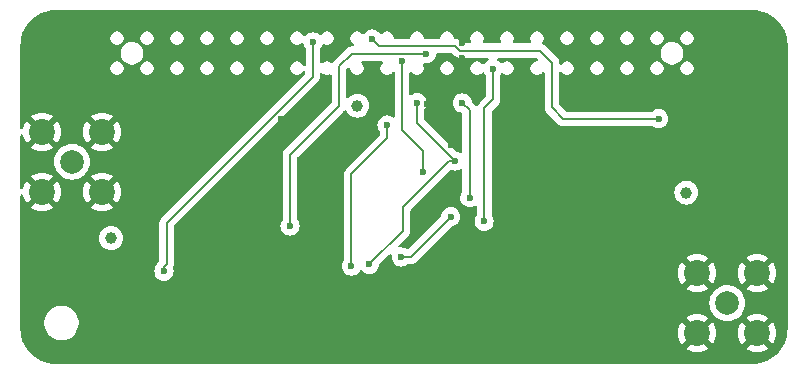
<source format=gbr>
%TF.GenerationSoftware,KiCad,Pcbnew,8.0.6*%
%TF.CreationDate,2024-12-05T19:40:30+08:00*%
%TF.ProjectId,RFM69HCW_v7,52464d36-3948-4435-975f-76372e6b6963,rev?*%
%TF.SameCoordinates,Original*%
%TF.FileFunction,Copper,L4,Bot*%
%TF.FilePolarity,Positive*%
%FSLAX46Y46*%
G04 Gerber Fmt 4.6, Leading zero omitted, Abs format (unit mm)*
G04 Created by KiCad (PCBNEW 8.0.6) date 2024-12-05 19:40:30*
%MOMM*%
%LPD*%
G01*
G04 APERTURE LIST*
%TA.AperFunction,ComponentPad*%
%ADD10C,2.000000*%
%TD*%
%TA.AperFunction,ComponentPad*%
%ADD11C,2.200000*%
%TD*%
%TA.AperFunction,ViaPad*%
%ADD12C,0.600000*%
%TD*%
%TA.AperFunction,ViaPad*%
%ADD13C,0.800000*%
%TD*%
%TA.AperFunction,ViaPad*%
%ADD14C,1.000000*%
%TD*%
%TA.AperFunction,Conductor*%
%ADD15C,0.200000*%
%TD*%
G04 APERTURE END LIST*
D10*
%TO.P,REF\u002A\u002A,*%
%TO.N,ANT433*%
X135800000Y-89320000D03*
D11*
%TO.N,GND*%
X138340000Y-91860000D03*
%TO.P,REF\u002A\u002A,2*%
X133260000Y-86780000D03*
X133260000Y-91860000D03*
X138340000Y-86780000D03*
%TD*%
D10*
%TO.P,REF\u002A\u002A,*%
%TO.N,ANT915*%
X191270000Y-101280000D03*
D11*
%TO.N,GND*%
X188730000Y-98740000D03*
%TO.P,REF\u002A\u002A,2*%
X193810000Y-103820000D03*
X193810000Y-98740000D03*
X188730000Y-103820000D03*
%TD*%
D12*
%TO.N,GND*%
X139690000Y-105950000D03*
X155660000Y-85460000D03*
X187220000Y-105920000D03*
X172610000Y-101770000D03*
X195870000Y-99860000D03*
X184060000Y-77420000D03*
X153690000Y-105950000D03*
D13*
X149790000Y-84560000D03*
D12*
X145920000Y-77390000D03*
X169750000Y-102820000D03*
X183690000Y-105950000D03*
X192660000Y-85750000D03*
X148510000Y-77540000D03*
X195870000Y-83860000D03*
X153474265Y-85684265D03*
X193660000Y-89480000D03*
X193670000Y-105990000D03*
X143880000Y-84440000D03*
X161689999Y-105950000D03*
X159190000Y-103950000D03*
X181520000Y-77390000D03*
X168850000Y-82840000D03*
X143690000Y-105950000D03*
X145690000Y-105950000D03*
X170110000Y-84280000D03*
X141880000Y-84440000D03*
X131870000Y-80840000D03*
X195870000Y-89860000D03*
X177690000Y-105950000D03*
X139090000Y-100385000D03*
X189520000Y-106000000D03*
X190860000Y-91880000D03*
X170700000Y-102810000D03*
X195870000Y-97860000D03*
X137100001Y-77070000D03*
X147690000Y-105950000D03*
X177880000Y-84440000D03*
X171340000Y-77200000D03*
X167690000Y-105950000D03*
X167480000Y-84390000D03*
X157690000Y-105950000D03*
X151690000Y-105950000D03*
X188090000Y-84710000D03*
X169690000Y-105950000D03*
X195870000Y-91860000D03*
X181530000Y-79220000D03*
X172430000Y-87920000D03*
X163690000Y-105950000D03*
X194760000Y-88550000D03*
X172650000Y-84690000D03*
X187830000Y-96050000D03*
X195870000Y-93859999D03*
X193710000Y-90530000D03*
X172610000Y-100510000D03*
X158310000Y-86030000D03*
X165880000Y-84440000D03*
X141690000Y-105950000D03*
X153600000Y-77370000D03*
X131870000Y-84840000D03*
X195870000Y-95860000D03*
X163720000Y-77180000D03*
X172470000Y-86500000D03*
X195590000Y-84970000D03*
X131870000Y-96840000D03*
X195870000Y-85860000D03*
X149270000Y-85900000D03*
X195870000Y-87860000D03*
D13*
X150980000Y-82840000D03*
D12*
X166250000Y-77110000D03*
X188680000Y-88230000D03*
X131870000Y-78839999D03*
X167900000Y-87870000D03*
X165690000Y-105950000D03*
X158930000Y-89380000D03*
X182790000Y-98600000D03*
X179880000Y-84440000D03*
X154360000Y-102670000D03*
X181690000Y-84510000D03*
X179690000Y-105950000D03*
X133850000Y-76970000D03*
X155690000Y-105950000D03*
X195900000Y-79090000D03*
X151040000Y-77390000D03*
X143450000Y-77440000D03*
X186610000Y-77540000D03*
X149689999Y-105950000D03*
X168830000Y-80530000D03*
X178950000Y-77390000D03*
X190630000Y-89680000D03*
X195870000Y-81859999D03*
X140890000Y-77510000D03*
X189730000Y-83370000D03*
X195870000Y-101860000D03*
D13*
X148480000Y-82830000D03*
D12*
X131870000Y-94840000D03*
X137689999Y-105950000D03*
X175690000Y-105950000D03*
X193260000Y-77080000D03*
X143860000Y-91380000D03*
X167690000Y-101870000D03*
X189730000Y-82110000D03*
X135390000Y-77080000D03*
X131870000Y-98840000D03*
X154350000Y-103960000D03*
X167710000Y-100670000D03*
X158630000Y-77250000D03*
X156690000Y-104980000D03*
X181690000Y-105950000D03*
X175200000Y-84550000D03*
X131830000Y-82850000D03*
X168830000Y-77130000D03*
X176420000Y-77380000D03*
X161200000Y-77230000D03*
X191530000Y-105980000D03*
X195790000Y-88880000D03*
X182790000Y-99860000D03*
X191840001Y-76980000D03*
X168830000Y-79270000D03*
X195920000Y-103760000D03*
X160510000Y-86050000D03*
X167900000Y-86610000D03*
X147880000Y-84440000D03*
X189610000Y-85900000D03*
X145880000Y-84440000D03*
X189840000Y-76980000D03*
X185880000Y-84440000D03*
X159010000Y-88100000D03*
X156110000Y-77380000D03*
X131870000Y-100840000D03*
X159150000Y-102580000D03*
X173689999Y-105950000D03*
X178950000Y-79160000D03*
X159690000Y-105950000D03*
X173880000Y-77390000D03*
X139879999Y-84440000D03*
X183880000Y-84440000D03*
X171690000Y-105950000D03*
D14*
%TO.N,3v3*%
X159950000Y-84560000D03*
X139110000Y-95780000D03*
X187810000Y-91920000D03*
D12*
%TO.N,MOSI*%
X159450000Y-98140000D03*
X162470000Y-86210000D03*
%TO.N,MISO*%
X165010000Y-84310000D03*
X160980000Y-97990000D03*
X168240000Y-89260000D03*
%TO.N,SLCK*%
X169470000Y-92360002D03*
X167870000Y-93970000D03*
X163680000Y-97370000D03*
X168850000Y-84330000D03*
%TO.N,CS0*%
X165810000Y-80150000D03*
X154260000Y-94750000D03*
%TO.N,RST915*%
X163740000Y-80750000D03*
X165540000Y-90220000D03*
%TO.N,INTER433*%
X156200000Y-79170000D03*
X143582500Y-98592500D03*
%TO.N,CS1*%
X170690000Y-94360002D03*
X171430000Y-81430000D03*
%TO.N,INTER915*%
X161220000Y-78930000D03*
X185460000Y-85680000D03*
%TD*%
D15*
%TO.N,MOSI*%
X162470000Y-87334314D02*
X159450000Y-90354314D01*
X162470000Y-86210000D02*
X162470000Y-87334314D01*
X159450000Y-90354314D02*
X159450000Y-98140000D01*
%TO.N,MISO*%
X160980000Y-97990000D02*
X163830000Y-95140000D01*
X165010000Y-86030000D02*
X165010000Y-84310000D01*
X163830000Y-95140000D02*
X163830000Y-93180000D01*
X167750000Y-89260000D02*
X168240000Y-89260000D01*
X168240000Y-89260000D02*
X165010000Y-86030000D01*
X163830000Y-93180000D02*
X167750000Y-89260000D01*
%TO.N,SLCK*%
X164470000Y-97370000D02*
X163680000Y-97370000D01*
X169470000Y-92360002D02*
X169460000Y-92350002D01*
X167870000Y-93970000D02*
X164470000Y-97370000D01*
X169460000Y-92350002D02*
X169460000Y-84940000D01*
X169460000Y-84940000D02*
X168850000Y-84330000D01*
%TO.N,CS0*%
X165810000Y-80150000D02*
X159480000Y-80150000D01*
X154260000Y-88700000D02*
X154260000Y-94750000D01*
X158390000Y-84570000D02*
X154260000Y-88700000D01*
X158390000Y-81240000D02*
X158390000Y-84570000D01*
X159480000Y-80150000D02*
X158390000Y-81240000D01*
%TO.N,RST915*%
X163740000Y-86630000D02*
X163740000Y-80750000D01*
X165540000Y-90220000D02*
X165540000Y-88430000D01*
X165540000Y-88430000D02*
X163740000Y-86630000D01*
%TO.N,INTER433*%
X156170000Y-82140000D02*
X143810000Y-94500000D01*
X156200000Y-79170000D02*
X156200000Y-81540000D01*
X143810000Y-94500000D02*
X143810000Y-97980000D01*
X156170000Y-81570000D02*
X156170000Y-82140000D01*
X143582500Y-98207500D02*
X143582500Y-98592500D01*
X156200000Y-81540000D02*
X156170000Y-81570000D01*
X143810000Y-97980000D02*
X143582500Y-98207500D01*
%TO.N,CS1*%
X170710000Y-94340002D02*
X170690000Y-94360002D01*
X170710000Y-84761471D02*
X170710000Y-94340002D01*
X170690000Y-94350002D02*
X170690000Y-94360002D01*
X171430000Y-84041471D02*
X170710000Y-84761471D01*
X171430000Y-81430000D02*
X171430000Y-84041471D01*
%TO.N,INTER915*%
X176430000Y-80920000D02*
X175410000Y-79900000D01*
X185460000Y-85680000D02*
X177400000Y-85680000D01*
X176430000Y-84710000D02*
X176430000Y-80920000D01*
X161808529Y-79518529D02*
X161220000Y-78930000D01*
X177400000Y-85680000D02*
X176430000Y-84710000D01*
X168611471Y-79900000D02*
X168230000Y-79518529D01*
X168230000Y-79518529D02*
X161808529Y-79518529D01*
X175410000Y-79900000D02*
X168611471Y-79900000D01*
%TD*%
%TA.AperFunction,Conductor*%
%TO.N,GND*%
G36*
X167993882Y-80147031D02*
G01*
X168014856Y-80163934D01*
X168124549Y-80273627D01*
X168124550Y-80273628D01*
X168237843Y-80386921D01*
X168376599Y-80467032D01*
X168531360Y-80508500D01*
X170939556Y-80508500D01*
X171007677Y-80528502D01*
X171054170Y-80582158D01*
X171064274Y-80652432D01*
X171034780Y-80717012D01*
X171006592Y-80741187D01*
X170922720Y-80793887D01*
X170922718Y-80793888D01*
X170793888Y-80922718D01*
X170793887Y-80922720D01*
X170734621Y-81017041D01*
X170681442Y-81064079D01*
X170611275Y-81074899D01*
X170546397Y-81046066D01*
X170538839Y-81039100D01*
X170437231Y-80937492D01*
X170437221Y-80937484D01*
X170308279Y-80863040D01*
X170308276Y-80863039D01*
X170308275Y-80863038D01*
X170308273Y-80863037D01*
X170308272Y-80863037D01*
X170269735Y-80852711D01*
X170164450Y-80824500D01*
X170015550Y-80824500D01*
X169955957Y-80840468D01*
X169871727Y-80863037D01*
X169871720Y-80863040D01*
X169742778Y-80937484D01*
X169742768Y-80937492D01*
X169637492Y-81042768D01*
X169637484Y-81042778D01*
X169563040Y-81171720D01*
X169563037Y-81171727D01*
X169542723Y-81247541D01*
X169526760Y-81307118D01*
X169524500Y-81315551D01*
X169524500Y-81464448D01*
X169524499Y-81464448D01*
X169563037Y-81608272D01*
X169563040Y-81608279D01*
X169637484Y-81737221D01*
X169637492Y-81737231D01*
X169742768Y-81842507D01*
X169742773Y-81842511D01*
X169742775Y-81842513D01*
X169742776Y-81842514D01*
X169742778Y-81842515D01*
X169811912Y-81882429D01*
X169871725Y-81916962D01*
X170015550Y-81955500D01*
X170015552Y-81955500D01*
X170164448Y-81955500D01*
X170164450Y-81955500D01*
X170308275Y-81916962D01*
X170437225Y-81842513D01*
X170507970Y-81771767D01*
X170570280Y-81737744D01*
X170641096Y-81742808D01*
X170697932Y-81785354D01*
X170703751Y-81793828D01*
X170793883Y-81937273D01*
X170794001Y-81937421D01*
X170794047Y-81937534D01*
X170797653Y-81943273D01*
X170796648Y-81943904D01*
X170820844Y-82003148D01*
X170821500Y-82015993D01*
X170821500Y-83737231D01*
X170801498Y-83805352D01*
X170784595Y-83826326D01*
X170223083Y-84387837D01*
X170223075Y-84387847D01*
X170138838Y-84533750D01*
X170135844Y-84532021D01*
X170100792Y-84574906D01*
X170033275Y-84596859D01*
X169964607Y-84578824D01*
X169940556Y-84560007D01*
X169838500Y-84457951D01*
X169688830Y-84308281D01*
X169654807Y-84245971D01*
X169652720Y-84233306D01*
X169643217Y-84148953D01*
X169583043Y-83976985D01*
X169583041Y-83976982D01*
X169583041Y-83976981D01*
X169486112Y-83822720D01*
X169486111Y-83822718D01*
X169357281Y-83693888D01*
X169357279Y-83693887D01*
X169203018Y-83596958D01*
X169203015Y-83596957D01*
X169031050Y-83536784D01*
X169031049Y-83536783D01*
X169031047Y-83536783D01*
X168850000Y-83516384D01*
X168668953Y-83536783D01*
X168668950Y-83536783D01*
X168668949Y-83536784D01*
X168496984Y-83596957D01*
X168496981Y-83596958D01*
X168342720Y-83693887D01*
X168342718Y-83693888D01*
X168213888Y-83822718D01*
X168213887Y-83822720D01*
X168116958Y-83976981D01*
X168116957Y-83976984D01*
X168063783Y-84128949D01*
X168056783Y-84148953D01*
X168036384Y-84330000D01*
X168056783Y-84511047D01*
X168056783Y-84511049D01*
X168056784Y-84511050D01*
X168116957Y-84683015D01*
X168116958Y-84683018D01*
X168213887Y-84837279D01*
X168213888Y-84837281D01*
X168342718Y-84966111D01*
X168342720Y-84966112D01*
X168496981Y-85063041D01*
X168496982Y-85063041D01*
X168496985Y-85063043D01*
X168668953Y-85123217D01*
X168739607Y-85131177D01*
X168805059Y-85158680D01*
X168845253Y-85217203D01*
X168851500Y-85256385D01*
X168851500Y-88461393D01*
X168831498Y-88529514D01*
X168777842Y-88576007D01*
X168707568Y-88586111D01*
X168658465Y-88568081D01*
X168593015Y-88526957D01*
X168421050Y-88466784D01*
X168421049Y-88466783D01*
X168421047Y-88466783D01*
X168358122Y-88459692D01*
X168336701Y-88457279D01*
X168271248Y-88429774D01*
X168261715Y-88421166D01*
X165655405Y-85814856D01*
X165621379Y-85752544D01*
X165618500Y-85725761D01*
X165618500Y-84895993D01*
X165638502Y-84827872D01*
X165645999Y-84817421D01*
X165646104Y-84817287D01*
X165646111Y-84817281D01*
X165743043Y-84663015D01*
X165803217Y-84491047D01*
X165823616Y-84310000D01*
X165803217Y-84128953D01*
X165743043Y-83956985D01*
X165743041Y-83956982D01*
X165743041Y-83956981D01*
X165646112Y-83802720D01*
X165646111Y-83802718D01*
X165517281Y-83673888D01*
X165517279Y-83673887D01*
X165363018Y-83576958D01*
X165363015Y-83576957D01*
X165191050Y-83516784D01*
X165191049Y-83516783D01*
X165191047Y-83516783D01*
X165010000Y-83496384D01*
X164828953Y-83516783D01*
X164828950Y-83516783D01*
X164828949Y-83516784D01*
X164656986Y-83576956D01*
X164541536Y-83649498D01*
X164473214Y-83668803D01*
X164405301Y-83648107D01*
X164359358Y-83593980D01*
X164348500Y-83542810D01*
X164348500Y-81832429D01*
X164368502Y-81764308D01*
X164422158Y-81717815D01*
X164492432Y-81707711D01*
X164557012Y-81737205D01*
X164563595Y-81743334D01*
X164662768Y-81842507D01*
X164662773Y-81842511D01*
X164662775Y-81842513D01*
X164662776Y-81842514D01*
X164662778Y-81842515D01*
X164731912Y-81882429D01*
X164791725Y-81916962D01*
X164935550Y-81955500D01*
X164935552Y-81955500D01*
X165084448Y-81955500D01*
X165084450Y-81955500D01*
X165228275Y-81916962D01*
X165357225Y-81842513D01*
X165462513Y-81737225D01*
X165536962Y-81608275D01*
X165575500Y-81464450D01*
X165575500Y-81464448D01*
X166984499Y-81464448D01*
X167023037Y-81608272D01*
X167023040Y-81608279D01*
X167097484Y-81737221D01*
X167097492Y-81737231D01*
X167202768Y-81842507D01*
X167202773Y-81842511D01*
X167202775Y-81842513D01*
X167202776Y-81842514D01*
X167202778Y-81842515D01*
X167271912Y-81882429D01*
X167331725Y-81916962D01*
X167475550Y-81955500D01*
X167475552Y-81955500D01*
X167624448Y-81955500D01*
X167624450Y-81955500D01*
X167768275Y-81916962D01*
X167897225Y-81842513D01*
X168002513Y-81737225D01*
X168076962Y-81608275D01*
X168115500Y-81464450D01*
X168115500Y-81315550D01*
X168076962Y-81171725D01*
X168054249Y-81132384D01*
X168002515Y-81042778D01*
X168002507Y-81042768D01*
X167897231Y-80937492D01*
X167897221Y-80937484D01*
X167768279Y-80863040D01*
X167768276Y-80863039D01*
X167768275Y-80863038D01*
X167768273Y-80863037D01*
X167768272Y-80863037D01*
X167729735Y-80852711D01*
X167624450Y-80824500D01*
X167475550Y-80824500D01*
X167415957Y-80840468D01*
X167331727Y-80863037D01*
X167331720Y-80863040D01*
X167202778Y-80937484D01*
X167202768Y-80937492D01*
X167097492Y-81042768D01*
X167097484Y-81042778D01*
X167023040Y-81171720D01*
X167023037Y-81171727D01*
X167002723Y-81247541D01*
X166986760Y-81307118D01*
X166984500Y-81315551D01*
X166984500Y-81464448D01*
X166984499Y-81464448D01*
X165575500Y-81464448D01*
X165575500Y-81315550D01*
X165536962Y-81171725D01*
X165514247Y-81132382D01*
X165497510Y-81063389D01*
X165520730Y-80996297D01*
X165576537Y-80952410D01*
X165637470Y-80944176D01*
X165810000Y-80963616D01*
X165991047Y-80943217D01*
X166163015Y-80883043D01*
X166317281Y-80786111D01*
X166446111Y-80657281D01*
X166543043Y-80503015D01*
X166603217Y-80331047D01*
X166613597Y-80238920D01*
X166641101Y-80173468D01*
X166699625Y-80133275D01*
X166738805Y-80127029D01*
X167925761Y-80127029D01*
X167993882Y-80147031D01*
G37*
%TD.AperFunction*%
%TA.AperFunction,Conductor*%
G36*
X193413301Y-76470673D02*
G01*
X193714843Y-76486476D01*
X193727959Y-76487854D01*
X194022951Y-76534576D01*
X194035851Y-76537318D01*
X194324342Y-76614619D01*
X194336884Y-76618694D01*
X194615711Y-76725726D01*
X194627743Y-76731082D01*
X194893876Y-76866684D01*
X194905285Y-76873271D01*
X195155777Y-77035943D01*
X195166434Y-77043687D01*
X195391924Y-77226284D01*
X195398544Y-77231645D01*
X195408345Y-77240470D01*
X195619529Y-77451654D01*
X195628354Y-77461455D01*
X195816308Y-77693559D01*
X195824060Y-77704228D01*
X195986724Y-77954708D01*
X195993319Y-77966130D01*
X196128913Y-78232248D01*
X196134277Y-78244297D01*
X196241304Y-78523114D01*
X196245380Y-78535657D01*
X196322681Y-78824148D01*
X196325423Y-78837048D01*
X196343551Y-78951499D01*
X196362046Y-79068275D01*
X196372146Y-79132039D01*
X196373523Y-79145152D01*
X196380720Y-79282474D01*
X196389327Y-79446698D01*
X196389500Y-79453292D01*
X196389500Y-103446707D01*
X196389327Y-103453302D01*
X196373523Y-103754843D01*
X196372145Y-103767959D01*
X196325423Y-104062951D01*
X196322681Y-104075851D01*
X196245380Y-104364342D01*
X196241304Y-104376885D01*
X196134277Y-104655702D01*
X196128913Y-104667751D01*
X195993319Y-104933869D01*
X195986724Y-104945291D01*
X195824060Y-105195771D01*
X195816308Y-105206440D01*
X195628354Y-105438544D01*
X195619529Y-105448345D01*
X195408345Y-105659529D01*
X195398544Y-105668354D01*
X195166440Y-105856308D01*
X195155771Y-105864060D01*
X194905291Y-106026724D01*
X194893869Y-106033319D01*
X194627751Y-106168913D01*
X194615702Y-106174277D01*
X194336885Y-106281304D01*
X194324342Y-106285380D01*
X194035851Y-106362681D01*
X194022951Y-106365423D01*
X193727959Y-106412145D01*
X193714843Y-106413523D01*
X193429363Y-106428485D01*
X193413300Y-106429327D01*
X193406707Y-106429500D01*
X134413293Y-106429500D01*
X134406699Y-106429327D01*
X134389688Y-106428435D01*
X134105156Y-106413523D01*
X134092040Y-106412145D01*
X133797048Y-106365423D01*
X133784148Y-106362681D01*
X133495657Y-106285380D01*
X133483114Y-106281304D01*
X133204297Y-106174277D01*
X133192248Y-106168913D01*
X132926130Y-106033319D01*
X132914708Y-106026724D01*
X132664225Y-105864058D01*
X132653559Y-105856308D01*
X132421455Y-105668354D01*
X132411654Y-105659529D01*
X132200470Y-105448345D01*
X132191645Y-105438544D01*
X132003691Y-105206440D01*
X131995943Y-105195777D01*
X131833271Y-104945285D01*
X131826680Y-104933869D01*
X131692232Y-104670000D01*
X131691082Y-104667743D01*
X131685726Y-104655711D01*
X131578694Y-104376884D01*
X131574619Y-104364342D01*
X131557074Y-104298865D01*
X131497318Y-104075851D01*
X131494576Y-104062951D01*
X131494138Y-104060188D01*
X131447853Y-103767958D01*
X131446476Y-103754842D01*
X131430673Y-103453301D01*
X131430500Y-103446707D01*
X131430500Y-102835450D01*
X133454500Y-102835450D01*
X133454500Y-103064550D01*
X133454847Y-103066740D01*
X133490340Y-103290835D01*
X133540986Y-103446707D01*
X133561135Y-103508718D01*
X133665145Y-103712848D01*
X133799807Y-103898195D01*
X133799809Y-103898197D01*
X133799811Y-103898200D01*
X133961799Y-104060188D01*
X133961802Y-104060190D01*
X133961805Y-104060193D01*
X134147152Y-104194855D01*
X134351282Y-104298865D01*
X134569170Y-104369661D01*
X134795450Y-104405500D01*
X134795453Y-104405500D01*
X135024547Y-104405500D01*
X135024550Y-104405500D01*
X135250830Y-104369661D01*
X135468718Y-104298865D01*
X135672848Y-104194855D01*
X135858195Y-104060193D01*
X136020193Y-103898195D01*
X136077005Y-103820000D01*
X187117028Y-103820000D01*
X187136886Y-104072323D01*
X187195971Y-104318434D01*
X187292830Y-104552272D01*
X187424177Y-104766611D01*
X187424178Y-104766611D01*
X187974228Y-104216561D01*
X187976740Y-104222626D01*
X188069762Y-104361844D01*
X188188156Y-104480238D01*
X188327374Y-104573260D01*
X188333436Y-104575771D01*
X187783387Y-105125820D01*
X187783387Y-105125822D01*
X187997727Y-105257169D01*
X188231565Y-105354028D01*
X188477676Y-105413113D01*
X188730000Y-105432971D01*
X188982323Y-105413113D01*
X189228434Y-105354028D01*
X189462277Y-105257167D01*
X189676611Y-105125822D01*
X189676611Y-105125820D01*
X189126562Y-104575771D01*
X189132626Y-104573260D01*
X189271844Y-104480238D01*
X189390238Y-104361844D01*
X189483260Y-104222626D01*
X189485771Y-104216562D01*
X190035820Y-104766611D01*
X190035822Y-104766611D01*
X190167167Y-104552277D01*
X190264028Y-104318434D01*
X190323113Y-104072323D01*
X190342971Y-103820000D01*
X192197028Y-103820000D01*
X192216886Y-104072323D01*
X192275971Y-104318434D01*
X192372830Y-104552272D01*
X192504177Y-104766611D01*
X192504178Y-104766611D01*
X193054228Y-104216561D01*
X193056740Y-104222626D01*
X193149762Y-104361844D01*
X193268156Y-104480238D01*
X193407374Y-104573260D01*
X193413436Y-104575771D01*
X192863387Y-105125820D01*
X192863387Y-105125822D01*
X193077727Y-105257169D01*
X193311565Y-105354028D01*
X193557676Y-105413113D01*
X193810000Y-105432971D01*
X194062323Y-105413113D01*
X194308434Y-105354028D01*
X194542277Y-105257167D01*
X194756611Y-105125822D01*
X194756611Y-105125820D01*
X194206562Y-104575771D01*
X194212626Y-104573260D01*
X194351844Y-104480238D01*
X194470238Y-104361844D01*
X194563260Y-104222626D01*
X194565771Y-104216562D01*
X195115820Y-104766611D01*
X195115822Y-104766611D01*
X195247167Y-104552277D01*
X195344028Y-104318434D01*
X195403113Y-104072323D01*
X195422971Y-103820000D01*
X195403113Y-103567676D01*
X195344028Y-103321565D01*
X195247169Y-103087727D01*
X195115822Y-102873387D01*
X195115820Y-102873387D01*
X194565771Y-103423436D01*
X194563260Y-103417374D01*
X194470238Y-103278156D01*
X194351844Y-103159762D01*
X194212626Y-103066740D01*
X194206561Y-103064228D01*
X194756611Y-102514178D01*
X194756611Y-102514177D01*
X194542272Y-102382830D01*
X194308434Y-102285971D01*
X194062323Y-102226886D01*
X193810000Y-102207028D01*
X193557676Y-102226886D01*
X193311565Y-102285971D01*
X193077727Y-102382830D01*
X192863387Y-102514176D01*
X192863387Y-102514178D01*
X193413437Y-103064228D01*
X193407374Y-103066740D01*
X193268156Y-103159762D01*
X193149762Y-103278156D01*
X193056740Y-103417374D01*
X193054228Y-103423437D01*
X192504178Y-102873387D01*
X192504176Y-102873387D01*
X192372830Y-103087727D01*
X192275971Y-103321565D01*
X192216886Y-103567676D01*
X192197028Y-103820000D01*
X190342971Y-103820000D01*
X190323113Y-103567676D01*
X190264028Y-103321565D01*
X190167169Y-103087727D01*
X190035822Y-102873387D01*
X190035820Y-102873387D01*
X189485771Y-103423436D01*
X189483260Y-103417374D01*
X189390238Y-103278156D01*
X189271844Y-103159762D01*
X189132626Y-103066740D01*
X189126561Y-103064228D01*
X189676611Y-102514178D01*
X189676611Y-102514177D01*
X189462272Y-102382830D01*
X189228434Y-102285971D01*
X188982323Y-102226886D01*
X188730000Y-102207028D01*
X188477676Y-102226886D01*
X188231565Y-102285971D01*
X187997727Y-102382830D01*
X187783387Y-102514176D01*
X187783387Y-102514178D01*
X188333437Y-103064228D01*
X188327374Y-103066740D01*
X188188156Y-103159762D01*
X188069762Y-103278156D01*
X187976740Y-103417374D01*
X187974228Y-103423437D01*
X187424178Y-102873387D01*
X187424176Y-102873387D01*
X187292830Y-103087727D01*
X187195971Y-103321565D01*
X187136886Y-103567676D01*
X187117028Y-103820000D01*
X136077005Y-103820000D01*
X136154855Y-103712848D01*
X136258865Y-103508718D01*
X136329661Y-103290830D01*
X136365500Y-103064550D01*
X136365500Y-102835450D01*
X136329661Y-102609170D01*
X136258865Y-102391282D01*
X136154855Y-102187152D01*
X136020193Y-102001805D01*
X136020190Y-102001802D01*
X136020188Y-102001799D01*
X135858200Y-101839811D01*
X135858197Y-101839809D01*
X135858195Y-101839807D01*
X135672848Y-101705145D01*
X135468718Y-101601135D01*
X135468715Y-101601134D01*
X135468713Y-101601133D01*
X135250835Y-101530340D01*
X135250831Y-101530339D01*
X135250830Y-101530339D01*
X135024550Y-101494500D01*
X134795450Y-101494500D01*
X134569170Y-101530339D01*
X134569164Y-101530340D01*
X134351286Y-101601133D01*
X134351280Y-101601136D01*
X134147148Y-101705147D01*
X133961802Y-101839809D01*
X133961799Y-101839811D01*
X133799811Y-102001799D01*
X133799809Y-102001802D01*
X133665147Y-102187148D01*
X133561136Y-102391280D01*
X133561133Y-102391286D01*
X133490340Y-102609164D01*
X133490339Y-102609169D01*
X133490339Y-102609170D01*
X133454500Y-102835450D01*
X131430500Y-102835450D01*
X131430500Y-101280000D01*
X189756835Y-101280000D01*
X189775465Y-101516710D01*
X189830894Y-101747592D01*
X189869091Y-101839807D01*
X189921760Y-101966963D01*
X189943111Y-102001805D01*
X190045825Y-102169417D01*
X190045826Y-102169419D01*
X190200030Y-102349969D01*
X190380580Y-102504173D01*
X190380584Y-102504176D01*
X190583037Y-102628240D01*
X190802406Y-102719105D01*
X191033289Y-102774535D01*
X191270000Y-102793165D01*
X191506711Y-102774535D01*
X191737594Y-102719105D01*
X191956963Y-102628240D01*
X192159416Y-102504176D01*
X192339969Y-102349969D01*
X192494176Y-102169416D01*
X192618240Y-101966963D01*
X192709105Y-101747594D01*
X192764535Y-101516711D01*
X192783165Y-101280000D01*
X192764535Y-101043289D01*
X192709105Y-100812406D01*
X192618240Y-100593037D01*
X192494176Y-100390584D01*
X192494173Y-100390580D01*
X192339969Y-100210030D01*
X192159419Y-100055826D01*
X192159417Y-100055825D01*
X192159416Y-100055824D01*
X191956963Y-99931760D01*
X191737594Y-99840895D01*
X191737592Y-99840894D01*
X191579651Y-99802976D01*
X191506711Y-99785465D01*
X191270000Y-99766835D01*
X191033289Y-99785465D01*
X190802407Y-99840894D01*
X190583038Y-99931759D01*
X190380582Y-100055825D01*
X190380580Y-100055826D01*
X190200030Y-100210030D01*
X190045826Y-100390580D01*
X190045825Y-100390582D01*
X189921759Y-100593038D01*
X189830894Y-100812407D01*
X189775465Y-101043289D01*
X189756835Y-101280000D01*
X131430500Y-101280000D01*
X131430500Y-98592500D01*
X142768884Y-98592500D01*
X142789283Y-98773547D01*
X142789283Y-98773549D01*
X142789284Y-98773550D01*
X142849457Y-98945515D01*
X142849458Y-98945518D01*
X142946387Y-99099779D01*
X142946388Y-99099781D01*
X143075218Y-99228611D01*
X143075220Y-99228612D01*
X143229481Y-99325541D01*
X143229482Y-99325541D01*
X143229485Y-99325543D01*
X143401453Y-99385717D01*
X143582500Y-99406116D01*
X143763547Y-99385717D01*
X143935515Y-99325543D01*
X144089781Y-99228611D01*
X144218611Y-99099781D01*
X144315543Y-98945515D01*
X144375717Y-98773547D01*
X144396116Y-98592500D01*
X144375717Y-98411453D01*
X144352473Y-98345028D01*
X144348854Y-98274125D01*
X144362280Y-98240421D01*
X144377032Y-98214872D01*
X144418500Y-98060110D01*
X144418500Y-97899889D01*
X144418500Y-94804239D01*
X144438502Y-94736118D01*
X144455405Y-94715144D01*
X156656916Y-82513633D01*
X156656922Y-82513627D01*
X156737032Y-82374872D01*
X156772202Y-82243616D01*
X156778500Y-82220111D01*
X156778500Y-81882429D01*
X156798502Y-81814308D01*
X156852158Y-81767815D01*
X156922432Y-81757711D01*
X156987012Y-81787205D01*
X156993595Y-81793334D01*
X157042768Y-81842507D01*
X157042773Y-81842511D01*
X157042775Y-81842513D01*
X157042776Y-81842514D01*
X157042778Y-81842515D01*
X157111912Y-81882429D01*
X157171725Y-81916962D01*
X157315550Y-81955500D01*
X157315552Y-81955500D01*
X157464448Y-81955500D01*
X157464450Y-81955500D01*
X157608275Y-81916962D01*
X157608276Y-81916960D01*
X157616252Y-81914824D01*
X157616665Y-81916366D01*
X157677858Y-81909781D01*
X157741348Y-81941553D01*
X157777583Y-82002607D01*
X157781500Y-82033781D01*
X157781500Y-84265760D01*
X157761498Y-84333881D01*
X157744595Y-84354855D01*
X153773083Y-88326366D01*
X153773075Y-88326376D01*
X153692970Y-88465122D01*
X153692965Y-88465134D01*
X153683585Y-88500141D01*
X153683586Y-88500142D01*
X153651500Y-88619890D01*
X153651500Y-94164006D01*
X153631498Y-94232127D01*
X153624008Y-94242570D01*
X153623883Y-94242725D01*
X153526958Y-94396981D01*
X153526957Y-94396984D01*
X153518943Y-94419889D01*
X153466783Y-94568953D01*
X153446384Y-94750000D01*
X153466783Y-94931047D01*
X153466783Y-94931049D01*
X153466784Y-94931050D01*
X153526957Y-95103015D01*
X153526958Y-95103018D01*
X153623887Y-95257279D01*
X153623888Y-95257281D01*
X153752718Y-95386111D01*
X153752720Y-95386112D01*
X153906981Y-95483041D01*
X153906982Y-95483041D01*
X153906985Y-95483043D01*
X154078953Y-95543217D01*
X154260000Y-95563616D01*
X154441047Y-95543217D01*
X154613015Y-95483043D01*
X154767281Y-95386111D01*
X154896111Y-95257281D01*
X154993043Y-95103015D01*
X155053217Y-94931047D01*
X155073616Y-94750000D01*
X155053217Y-94568953D01*
X154993043Y-94396985D01*
X154993041Y-94396982D01*
X154993041Y-94396981D01*
X154896116Y-94242725D01*
X154895992Y-94242570D01*
X154895943Y-94242450D01*
X154892347Y-94236727D01*
X154893349Y-94236097D01*
X154869155Y-94176841D01*
X154868500Y-94164006D01*
X154868500Y-89004237D01*
X154888502Y-88936116D01*
X154905400Y-88915147D01*
X158753252Y-85067294D01*
X158753257Y-85067291D01*
X158763626Y-85056921D01*
X158763628Y-85056921D01*
X158844510Y-84976038D01*
X158906820Y-84942015D01*
X158977636Y-84947079D01*
X159034472Y-84989625D01*
X159044724Y-85005736D01*
X159107405Y-85123004D01*
X159233432Y-85276568D01*
X159386996Y-85402595D01*
X159562196Y-85496241D01*
X159752299Y-85553908D01*
X159752303Y-85553908D01*
X159752305Y-85553909D01*
X159949997Y-85573380D01*
X159950000Y-85573380D01*
X159950003Y-85573380D01*
X160147694Y-85553909D01*
X160147695Y-85553908D01*
X160147701Y-85553908D01*
X160337804Y-85496241D01*
X160513004Y-85402595D01*
X160666568Y-85276568D01*
X160792595Y-85123004D01*
X160886241Y-84947804D01*
X160943908Y-84757701D01*
X160962753Y-84566372D01*
X160963380Y-84560003D01*
X160963380Y-84559996D01*
X160943909Y-84362305D01*
X160943908Y-84362303D01*
X160943908Y-84362299D01*
X160886241Y-84172196D01*
X160792595Y-83996996D01*
X160666568Y-83843432D01*
X160513004Y-83717405D01*
X160337804Y-83623759D01*
X160147701Y-83566092D01*
X160147700Y-83566091D01*
X160147694Y-83566090D01*
X159950003Y-83546620D01*
X159949997Y-83546620D01*
X159752305Y-83566090D01*
X159562195Y-83623759D01*
X159386995Y-83717405D01*
X159233432Y-83843432D01*
X159221899Y-83857485D01*
X159163222Y-83897453D01*
X159092251Y-83899354D01*
X159031519Y-83862583D01*
X159000307Y-83798815D01*
X158998500Y-83777551D01*
X158998500Y-81544239D01*
X159018502Y-81476118D01*
X159035405Y-81455144D01*
X159149405Y-81341144D01*
X159211717Y-81307118D01*
X159282532Y-81312183D01*
X159339368Y-81354730D01*
X159364179Y-81421250D01*
X159364500Y-81430239D01*
X159364500Y-81464448D01*
X159364499Y-81464448D01*
X159403037Y-81608272D01*
X159403040Y-81608279D01*
X159477484Y-81737221D01*
X159477492Y-81737231D01*
X159582768Y-81842507D01*
X159582773Y-81842511D01*
X159582775Y-81842513D01*
X159582776Y-81842514D01*
X159582778Y-81842515D01*
X159651912Y-81882429D01*
X159711725Y-81916962D01*
X159855550Y-81955500D01*
X159855552Y-81955500D01*
X160004448Y-81955500D01*
X160004450Y-81955500D01*
X160148275Y-81916962D01*
X160277225Y-81842513D01*
X160382513Y-81737225D01*
X160456962Y-81608275D01*
X160495500Y-81464450D01*
X160495500Y-81315550D01*
X160456962Y-81171725D01*
X160434249Y-81132384D01*
X160382515Y-81042778D01*
X160382507Y-81042768D01*
X160313334Y-80973595D01*
X160279308Y-80911283D01*
X160284373Y-80840468D01*
X160326920Y-80783632D01*
X160393440Y-80758821D01*
X160402429Y-80758500D01*
X161997571Y-80758500D01*
X162065692Y-80778502D01*
X162112185Y-80832158D01*
X162122289Y-80902432D01*
X162092795Y-80967012D01*
X162086666Y-80973595D01*
X162017492Y-81042768D01*
X162017484Y-81042778D01*
X161943040Y-81171720D01*
X161943037Y-81171727D01*
X161922723Y-81247541D01*
X161906760Y-81307118D01*
X161904500Y-81315551D01*
X161904500Y-81464448D01*
X161904499Y-81464448D01*
X161943037Y-81608272D01*
X161943040Y-81608279D01*
X162017484Y-81737221D01*
X162017492Y-81737231D01*
X162122768Y-81842507D01*
X162122773Y-81842511D01*
X162122775Y-81842513D01*
X162122776Y-81842514D01*
X162122778Y-81842515D01*
X162191912Y-81882429D01*
X162251725Y-81916962D01*
X162395550Y-81955500D01*
X162395552Y-81955500D01*
X162544448Y-81955500D01*
X162544450Y-81955500D01*
X162688275Y-81916962D01*
X162817225Y-81842513D01*
X162866404Y-81793334D01*
X162916405Y-81743334D01*
X162978717Y-81709308D01*
X163049532Y-81714373D01*
X163106368Y-81756920D01*
X163131179Y-81823440D01*
X163131500Y-81832429D01*
X163131500Y-85442810D01*
X163111498Y-85510931D01*
X163057842Y-85557424D01*
X162987568Y-85567528D01*
X162938464Y-85549498D01*
X162853704Y-85496240D01*
X162823015Y-85476957D01*
X162823014Y-85476956D01*
X162823013Y-85476956D01*
X162651050Y-85416784D01*
X162651049Y-85416783D01*
X162651047Y-85416783D01*
X162470000Y-85396384D01*
X162288953Y-85416783D01*
X162288950Y-85416783D01*
X162288949Y-85416784D01*
X162116984Y-85476957D01*
X162116981Y-85476958D01*
X161962720Y-85573887D01*
X161962718Y-85573888D01*
X161833888Y-85702718D01*
X161833887Y-85702720D01*
X161736958Y-85856981D01*
X161736957Y-85856984D01*
X161735535Y-85861050D01*
X161676783Y-86028953D01*
X161656384Y-86210000D01*
X161676783Y-86391047D01*
X161676783Y-86391049D01*
X161676784Y-86391050D01*
X161736957Y-86563015D01*
X161736958Y-86563018D01*
X161833883Y-86717273D01*
X161834001Y-86717421D01*
X161834047Y-86717534D01*
X161837653Y-86723273D01*
X161836648Y-86723904D01*
X161860844Y-86783148D01*
X161861500Y-86795993D01*
X161861500Y-87030074D01*
X161841498Y-87098195D01*
X161824595Y-87119169D01*
X158963083Y-89980680D01*
X158963075Y-89980690D01*
X158882970Y-90119436D01*
X158882968Y-90119441D01*
X158862234Y-90196822D01*
X158862234Y-90196823D01*
X158862233Y-90196822D01*
X158841500Y-90274202D01*
X158841500Y-97554006D01*
X158821498Y-97622127D01*
X158814008Y-97632570D01*
X158813883Y-97632725D01*
X158716958Y-97786981D01*
X158716957Y-97786984D01*
X158664454Y-97937031D01*
X158656783Y-97958953D01*
X158636384Y-98140000D01*
X158656783Y-98321047D01*
X158656783Y-98321049D01*
X158656784Y-98321050D01*
X158716957Y-98493015D01*
X158716958Y-98493018D01*
X158813887Y-98647279D01*
X158813888Y-98647281D01*
X158942718Y-98776111D01*
X158942720Y-98776112D01*
X159096981Y-98873041D01*
X159096982Y-98873041D01*
X159096985Y-98873043D01*
X159268953Y-98933217D01*
X159450000Y-98953616D01*
X159631047Y-98933217D01*
X159803015Y-98873043D01*
X159957281Y-98776111D01*
X160086111Y-98647281D01*
X160159403Y-98530636D01*
X160212581Y-98483600D01*
X160282748Y-98472779D01*
X160347626Y-98501611D01*
X160355185Y-98508578D01*
X160472718Y-98626111D01*
X160472720Y-98626112D01*
X160626981Y-98723041D01*
X160626982Y-98723041D01*
X160626985Y-98723043D01*
X160798953Y-98783217D01*
X160980000Y-98803616D01*
X161161047Y-98783217D01*
X161284555Y-98740000D01*
X187117028Y-98740000D01*
X187136886Y-98992323D01*
X187195971Y-99238434D01*
X187292830Y-99472272D01*
X187424177Y-99686611D01*
X187424178Y-99686611D01*
X187974228Y-99136561D01*
X187976740Y-99142626D01*
X188069762Y-99281844D01*
X188188156Y-99400238D01*
X188327374Y-99493260D01*
X188333436Y-99495771D01*
X187783387Y-100045820D01*
X187783387Y-100045822D01*
X187997727Y-100177169D01*
X188231565Y-100274028D01*
X188477676Y-100333113D01*
X188730000Y-100352971D01*
X188982323Y-100333113D01*
X189228434Y-100274028D01*
X189462277Y-100177167D01*
X189676611Y-100045822D01*
X189676611Y-100045820D01*
X189126562Y-99495771D01*
X189132626Y-99493260D01*
X189271844Y-99400238D01*
X189390238Y-99281844D01*
X189483260Y-99142626D01*
X189485771Y-99136562D01*
X190035820Y-99686611D01*
X190035822Y-99686611D01*
X190167167Y-99472277D01*
X190264028Y-99238434D01*
X190323113Y-98992323D01*
X190342971Y-98740000D01*
X192197028Y-98740000D01*
X192216886Y-98992323D01*
X192275971Y-99238434D01*
X192372830Y-99472272D01*
X192504177Y-99686611D01*
X192504178Y-99686611D01*
X193054228Y-99136561D01*
X193056740Y-99142626D01*
X193149762Y-99281844D01*
X193268156Y-99400238D01*
X193407374Y-99493260D01*
X193413436Y-99495771D01*
X192863387Y-100045820D01*
X192863387Y-100045822D01*
X193077727Y-100177169D01*
X193311565Y-100274028D01*
X193557676Y-100333113D01*
X193810000Y-100352971D01*
X194062323Y-100333113D01*
X194308434Y-100274028D01*
X194542277Y-100177167D01*
X194756611Y-100045822D01*
X194756611Y-100045820D01*
X194206562Y-99495771D01*
X194212626Y-99493260D01*
X194351844Y-99400238D01*
X194470238Y-99281844D01*
X194563260Y-99142626D01*
X194565771Y-99136562D01*
X195115820Y-99686611D01*
X195115822Y-99686611D01*
X195247167Y-99472277D01*
X195344028Y-99238434D01*
X195403113Y-98992323D01*
X195422971Y-98740000D01*
X195403113Y-98487676D01*
X195344028Y-98241565D01*
X195247169Y-98007727D01*
X195115822Y-97793387D01*
X195115820Y-97793387D01*
X194565771Y-98343436D01*
X194563260Y-98337374D01*
X194470238Y-98198156D01*
X194351844Y-98079762D01*
X194212626Y-97986740D01*
X194206561Y-97984228D01*
X194756611Y-97434178D01*
X194756611Y-97434177D01*
X194542272Y-97302830D01*
X194308434Y-97205971D01*
X194062323Y-97146886D01*
X193810000Y-97127028D01*
X193557676Y-97146886D01*
X193311565Y-97205971D01*
X193077727Y-97302830D01*
X192863387Y-97434176D01*
X192863387Y-97434178D01*
X193413437Y-97984228D01*
X193407374Y-97986740D01*
X193268156Y-98079762D01*
X193149762Y-98198156D01*
X193056740Y-98337374D01*
X193054228Y-98343437D01*
X192504178Y-97793387D01*
X192504176Y-97793387D01*
X192372830Y-98007727D01*
X192275971Y-98241565D01*
X192216886Y-98487676D01*
X192197028Y-98740000D01*
X190342971Y-98740000D01*
X190323113Y-98487676D01*
X190264028Y-98241565D01*
X190167169Y-98007727D01*
X190035822Y-97793387D01*
X190035820Y-97793387D01*
X189485771Y-98343436D01*
X189483260Y-98337374D01*
X189390238Y-98198156D01*
X189271844Y-98079762D01*
X189132626Y-97986740D01*
X189126561Y-97984228D01*
X189676611Y-97434178D01*
X189676611Y-97434177D01*
X189462272Y-97302830D01*
X189228434Y-97205971D01*
X188982323Y-97146886D01*
X188730000Y-97127028D01*
X188477676Y-97146886D01*
X188231565Y-97205971D01*
X187997727Y-97302830D01*
X187783387Y-97434176D01*
X187783387Y-97434178D01*
X188333437Y-97984228D01*
X188327374Y-97986740D01*
X188188156Y-98079762D01*
X188069762Y-98198156D01*
X187976740Y-98337374D01*
X187974228Y-98343437D01*
X187424178Y-97793387D01*
X187424176Y-97793387D01*
X187292830Y-98007727D01*
X187195971Y-98241565D01*
X187136886Y-98487676D01*
X187117028Y-98740000D01*
X161284555Y-98740000D01*
X161333015Y-98723043D01*
X161487281Y-98626111D01*
X161616111Y-98497281D01*
X161713043Y-98343015D01*
X161773217Y-98171047D01*
X161782719Y-98086702D01*
X161810221Y-98021251D01*
X161818813Y-98011734D01*
X162663299Y-97167248D01*
X162725609Y-97133225D01*
X162796425Y-97138290D01*
X162853260Y-97180837D01*
X162878071Y-97247357D01*
X162877600Y-97270453D01*
X162866384Y-97370000D01*
X162886783Y-97551047D01*
X162886783Y-97551049D01*
X162886784Y-97551050D01*
X162946957Y-97723015D01*
X162946958Y-97723018D01*
X163043887Y-97877279D01*
X163043888Y-97877281D01*
X163172718Y-98006111D01*
X163172720Y-98006112D01*
X163326981Y-98103041D01*
X163326982Y-98103041D01*
X163326985Y-98103043D01*
X163498953Y-98163217D01*
X163680000Y-98183616D01*
X163861047Y-98163217D01*
X164033015Y-98103043D01*
X164070066Y-98079762D01*
X164187274Y-98006116D01*
X164187279Y-98006112D01*
X164187281Y-98006111D01*
X164187283Y-98006108D01*
X164187430Y-98005992D01*
X164187549Y-98005943D01*
X164193273Y-98002347D01*
X164193902Y-98003349D01*
X164253159Y-97979155D01*
X164265994Y-97978500D01*
X164550110Y-97978500D01*
X164550111Y-97978500D01*
X164632631Y-97956389D01*
X164704873Y-97937032D01*
X164843627Y-97856922D01*
X167891717Y-94808830D01*
X167954027Y-94774807D01*
X167966692Y-94772721D01*
X168051047Y-94763217D01*
X168223015Y-94703043D01*
X168377281Y-94606111D01*
X168506111Y-94477281D01*
X168603043Y-94323015D01*
X168663217Y-94151047D01*
X168683616Y-93970000D01*
X168663217Y-93788953D01*
X168603043Y-93616985D01*
X168603041Y-93616982D01*
X168603041Y-93616981D01*
X168506112Y-93462720D01*
X168506111Y-93462718D01*
X168377281Y-93333888D01*
X168377279Y-93333887D01*
X168223018Y-93236958D01*
X168223015Y-93236957D01*
X168051050Y-93176784D01*
X168051049Y-93176783D01*
X168051047Y-93176783D01*
X167870000Y-93156384D01*
X167688953Y-93176783D01*
X167688950Y-93176783D01*
X167688949Y-93176784D01*
X167516984Y-93236957D01*
X167516981Y-93236958D01*
X167362720Y-93333887D01*
X167362718Y-93333888D01*
X167233888Y-93462718D01*
X167233887Y-93462720D01*
X167136958Y-93616981D01*
X167136957Y-93616984D01*
X167076783Y-93788950D01*
X167076782Y-93788957D01*
X167067278Y-93873298D01*
X167039774Y-93938750D01*
X167031166Y-93948283D01*
X164294124Y-96685326D01*
X164231812Y-96719352D01*
X164160997Y-96714287D01*
X164137993Y-96702918D01*
X164033018Y-96636958D01*
X164033015Y-96636957D01*
X163861050Y-96576784D01*
X163861049Y-96576783D01*
X163861047Y-96576783D01*
X163680000Y-96556384D01*
X163679999Y-96556384D01*
X163580453Y-96567600D01*
X163510521Y-96555350D01*
X163458313Y-96507237D01*
X163440405Y-96438536D01*
X163462482Y-96371060D01*
X163477242Y-96353305D01*
X164316922Y-95513627D01*
X164397032Y-95374872D01*
X164438500Y-95220110D01*
X164438500Y-95059890D01*
X164438500Y-93484238D01*
X164458502Y-93416117D01*
X164475400Y-93395148D01*
X167823981Y-90046566D01*
X167886291Y-90012542D01*
X167954687Y-90016732D01*
X168058953Y-90053217D01*
X168240000Y-90073616D01*
X168421047Y-90053217D01*
X168593015Y-89993043D01*
X168656253Y-89953308D01*
X168658464Y-89951919D01*
X168726785Y-89932613D01*
X168794698Y-89953308D01*
X168840641Y-90007435D01*
X168851500Y-90058606D01*
X168851500Y-91788392D01*
X168832187Y-91855428D01*
X168736958Y-92006983D01*
X168736957Y-92006986D01*
X168698217Y-92117701D01*
X168676783Y-92178955D01*
X168656384Y-92360002D01*
X168676783Y-92541049D01*
X168676783Y-92541051D01*
X168676784Y-92541052D01*
X168736957Y-92713017D01*
X168736958Y-92713020D01*
X168833887Y-92867281D01*
X168833888Y-92867283D01*
X168962718Y-92996113D01*
X168962720Y-92996114D01*
X169116981Y-93093043D01*
X169116982Y-93093043D01*
X169116985Y-93093045D01*
X169288953Y-93153219D01*
X169470000Y-93173618D01*
X169651047Y-93153219D01*
X169823015Y-93093045D01*
X169908464Y-93039354D01*
X169976785Y-93020048D01*
X170044698Y-93040743D01*
X170090641Y-93094870D01*
X170101500Y-93146041D01*
X170101500Y-93752919D01*
X170081498Y-93821040D01*
X170064595Y-93842014D01*
X170053888Y-93852720D01*
X170053887Y-93852722D01*
X169956958Y-94006983D01*
X169956957Y-94006986D01*
X169897523Y-94176841D01*
X169896783Y-94178955D01*
X169876384Y-94360002D01*
X169896783Y-94541049D01*
X169896783Y-94541051D01*
X169896784Y-94541052D01*
X169956957Y-94713017D01*
X169956958Y-94713020D01*
X170053887Y-94867281D01*
X170053888Y-94867283D01*
X170182718Y-94996113D01*
X170182720Y-94996114D01*
X170336981Y-95093043D01*
X170336982Y-95093043D01*
X170336985Y-95093045D01*
X170508953Y-95153219D01*
X170690000Y-95173618D01*
X170871047Y-95153219D01*
X171043015Y-95093045D01*
X171197281Y-94996113D01*
X171326111Y-94867283D01*
X171423043Y-94713017D01*
X171483217Y-94541049D01*
X171503616Y-94360002D01*
X171483217Y-94178955D01*
X171423043Y-94006987D01*
X171423041Y-94006984D01*
X171423041Y-94006983D01*
X171337813Y-93871343D01*
X171318500Y-93804307D01*
X171318500Y-91919996D01*
X186796620Y-91919996D01*
X186796620Y-91920003D01*
X186816090Y-92117694D01*
X186816091Y-92117700D01*
X186816092Y-92117701D01*
X186873759Y-92307804D01*
X186967405Y-92483004D01*
X187093432Y-92636568D01*
X187246996Y-92762595D01*
X187422196Y-92856241D01*
X187612299Y-92913908D01*
X187612303Y-92913908D01*
X187612305Y-92913909D01*
X187809997Y-92933380D01*
X187810000Y-92933380D01*
X187810003Y-92933380D01*
X188007694Y-92913909D01*
X188007695Y-92913908D01*
X188007701Y-92913908D01*
X188197804Y-92856241D01*
X188373004Y-92762595D01*
X188526568Y-92636568D01*
X188652595Y-92483004D01*
X188746241Y-92307804D01*
X188803908Y-92117701D01*
X188814813Y-92006987D01*
X188823380Y-91920003D01*
X188823380Y-91919996D01*
X188803909Y-91722305D01*
X188803908Y-91722303D01*
X188803908Y-91722299D01*
X188746241Y-91532196D01*
X188652595Y-91356996D01*
X188526568Y-91203432D01*
X188373004Y-91077405D01*
X188197804Y-90983759D01*
X188007701Y-90926092D01*
X188007700Y-90926091D01*
X188007694Y-90926090D01*
X187810003Y-90906620D01*
X187809997Y-90906620D01*
X187612305Y-90926090D01*
X187422195Y-90983759D01*
X187246995Y-91077405D01*
X187093432Y-91203432D01*
X186967405Y-91356995D01*
X186873759Y-91532195D01*
X186816090Y-91722305D01*
X186796620Y-91919996D01*
X171318500Y-91919996D01*
X171318500Y-85065710D01*
X171338502Y-84997589D01*
X171355400Y-84976619D01*
X171916922Y-84415098D01*
X171997032Y-84276343D01*
X172009479Y-84229889D01*
X172038500Y-84121582D01*
X172038500Y-82015993D01*
X172058502Y-81947872D01*
X172065999Y-81937421D01*
X172066102Y-81937289D01*
X172066111Y-81937281D01*
X172103151Y-81878331D01*
X172156329Y-81831294D01*
X172226497Y-81820473D01*
X172274465Y-81840388D01*
X172275623Y-81838384D01*
X172282775Y-81842513D01*
X172411725Y-81916962D01*
X172555550Y-81955500D01*
X172555552Y-81955500D01*
X172704448Y-81955500D01*
X172704450Y-81955500D01*
X172848275Y-81916962D01*
X172977225Y-81842513D01*
X173082513Y-81737225D01*
X173156962Y-81608275D01*
X173195500Y-81464450D01*
X173195500Y-81315550D01*
X173156962Y-81171725D01*
X173134249Y-81132384D01*
X173082515Y-81042778D01*
X173082507Y-81042768D01*
X172977231Y-80937492D01*
X172977221Y-80937484D01*
X172848279Y-80863040D01*
X172848276Y-80863039D01*
X172848275Y-80863038D01*
X172848273Y-80863037D01*
X172848272Y-80863037D01*
X172809735Y-80852711D01*
X172704450Y-80824500D01*
X172555550Y-80824500D01*
X172495957Y-80840468D01*
X172411727Y-80863037D01*
X172411720Y-80863040D01*
X172282778Y-80937484D01*
X172282771Y-80937490D01*
X172267135Y-80953126D01*
X172204822Y-80987149D01*
X172134007Y-80982083D01*
X172077172Y-80939535D01*
X172071353Y-80931061D01*
X172066111Y-80922718D01*
X171937281Y-80793888D01*
X171937279Y-80793887D01*
X171853408Y-80741187D01*
X171806370Y-80688009D01*
X171795550Y-80617841D01*
X171824383Y-80552963D01*
X171883715Y-80513972D01*
X171920444Y-80508500D01*
X175105761Y-80508500D01*
X175173882Y-80528502D01*
X175194856Y-80545405D01*
X175258856Y-80609405D01*
X175292882Y-80671717D01*
X175287817Y-80742532D01*
X175245270Y-80799368D01*
X175178750Y-80824179D01*
X175169761Y-80824500D01*
X175095550Y-80824500D01*
X175035957Y-80840468D01*
X174951727Y-80863037D01*
X174951720Y-80863040D01*
X174822778Y-80937484D01*
X174822768Y-80937492D01*
X174717492Y-81042768D01*
X174717484Y-81042778D01*
X174643040Y-81171720D01*
X174643037Y-81171727D01*
X174622723Y-81247541D01*
X174606760Y-81307118D01*
X174604500Y-81315551D01*
X174604500Y-81464448D01*
X174604499Y-81464448D01*
X174643037Y-81608272D01*
X174643040Y-81608279D01*
X174717484Y-81737221D01*
X174717492Y-81737231D01*
X174822768Y-81842507D01*
X174822773Y-81842511D01*
X174822775Y-81842513D01*
X174822776Y-81842514D01*
X174822778Y-81842515D01*
X174891912Y-81882429D01*
X174951725Y-81916962D01*
X175095550Y-81955500D01*
X175095552Y-81955500D01*
X175244448Y-81955500D01*
X175244450Y-81955500D01*
X175388275Y-81916962D01*
X175517225Y-81842513D01*
X175561500Y-81798238D01*
X175606405Y-81753334D01*
X175668717Y-81719308D01*
X175739532Y-81724373D01*
X175796368Y-81766920D01*
X175821179Y-81833440D01*
X175821500Y-81842429D01*
X175821500Y-84790113D01*
X175828779Y-84817280D01*
X175828780Y-84817280D01*
X175828780Y-84817281D01*
X175862635Y-84943628D01*
X175862968Y-84944872D01*
X175862970Y-84944877D01*
X175943075Y-85083623D01*
X175943083Y-85083633D01*
X177026365Y-86166915D01*
X177026370Y-86166919D01*
X177026372Y-86166921D01*
X177026373Y-86166922D01*
X177026375Y-86166923D01*
X177061636Y-86187281D01*
X177165127Y-86247032D01*
X177199989Y-86256373D01*
X177319889Y-86288500D01*
X177319890Y-86288500D01*
X177480110Y-86288500D01*
X184874006Y-86288500D01*
X184942127Y-86308502D01*
X184952570Y-86315992D01*
X184952725Y-86316116D01*
X185106981Y-86413041D01*
X185106982Y-86413041D01*
X185106985Y-86413043D01*
X185278953Y-86473217D01*
X185460000Y-86493616D01*
X185641047Y-86473217D01*
X185813015Y-86413043D01*
X185967281Y-86316111D01*
X186096111Y-86187281D01*
X186193043Y-86033015D01*
X186253217Y-85861047D01*
X186273616Y-85680000D01*
X186253217Y-85498953D01*
X186193043Y-85326985D01*
X186193041Y-85326982D01*
X186193041Y-85326981D01*
X186096112Y-85172720D01*
X186096111Y-85172718D01*
X185967281Y-85043888D01*
X185967279Y-85043887D01*
X185813018Y-84946958D01*
X185813015Y-84946957D01*
X185641050Y-84886784D01*
X185641049Y-84886783D01*
X185641047Y-84886783D01*
X185460000Y-84866384D01*
X185278953Y-84886783D01*
X185278950Y-84886783D01*
X185278949Y-84886784D01*
X185106984Y-84946957D01*
X185106981Y-84946958D01*
X184952725Y-85043883D01*
X184952570Y-85044008D01*
X184952450Y-85044056D01*
X184946727Y-85047653D01*
X184946097Y-85046650D01*
X184886841Y-85070845D01*
X184874006Y-85071500D01*
X177704239Y-85071500D01*
X177636118Y-85051498D01*
X177615144Y-85034595D01*
X177075405Y-84494856D01*
X177041379Y-84432544D01*
X177038500Y-84405761D01*
X177038500Y-81822429D01*
X177058502Y-81754308D01*
X177112158Y-81707815D01*
X177182432Y-81697711D01*
X177247012Y-81727205D01*
X177253595Y-81733334D01*
X177362768Y-81842507D01*
X177362773Y-81842511D01*
X177362775Y-81842513D01*
X177362776Y-81842514D01*
X177362778Y-81842515D01*
X177431912Y-81882429D01*
X177491725Y-81916962D01*
X177635550Y-81955500D01*
X177635552Y-81955500D01*
X177784448Y-81955500D01*
X177784450Y-81955500D01*
X177928275Y-81916962D01*
X178057225Y-81842513D01*
X178162513Y-81737225D01*
X178236962Y-81608275D01*
X178275500Y-81464450D01*
X178275500Y-81464448D01*
X179684499Y-81464448D01*
X179723037Y-81608272D01*
X179723040Y-81608279D01*
X179797484Y-81737221D01*
X179797492Y-81737231D01*
X179902768Y-81842507D01*
X179902773Y-81842511D01*
X179902775Y-81842513D01*
X179902776Y-81842514D01*
X179902778Y-81842515D01*
X179971912Y-81882429D01*
X180031725Y-81916962D01*
X180175550Y-81955500D01*
X180175552Y-81955500D01*
X180324448Y-81955500D01*
X180324450Y-81955500D01*
X180468275Y-81916962D01*
X180597225Y-81842513D01*
X180702513Y-81737225D01*
X180776962Y-81608275D01*
X180815500Y-81464450D01*
X180815500Y-81464448D01*
X182224499Y-81464448D01*
X182263037Y-81608272D01*
X182263040Y-81608279D01*
X182337484Y-81737221D01*
X182337492Y-81737231D01*
X182442768Y-81842507D01*
X182442773Y-81842511D01*
X182442775Y-81842513D01*
X182442776Y-81842514D01*
X182442778Y-81842515D01*
X182511912Y-81882429D01*
X182571725Y-81916962D01*
X182715550Y-81955500D01*
X182715552Y-81955500D01*
X182864448Y-81955500D01*
X182864450Y-81955500D01*
X183008275Y-81916962D01*
X183137225Y-81842513D01*
X183242513Y-81737225D01*
X183316962Y-81608275D01*
X183355500Y-81464450D01*
X183355500Y-81464448D01*
X184764499Y-81464448D01*
X184803037Y-81608272D01*
X184803040Y-81608279D01*
X184877484Y-81737221D01*
X184877492Y-81737231D01*
X184982768Y-81842507D01*
X184982773Y-81842511D01*
X184982775Y-81842513D01*
X184982776Y-81842514D01*
X184982778Y-81842515D01*
X185051912Y-81882429D01*
X185111725Y-81916962D01*
X185255550Y-81955500D01*
X185255552Y-81955500D01*
X185404448Y-81955500D01*
X185404450Y-81955500D01*
X185548275Y-81916962D01*
X185677225Y-81842513D01*
X185782513Y-81737225D01*
X185856962Y-81608275D01*
X185895500Y-81464450D01*
X185895500Y-81464448D01*
X187304499Y-81464448D01*
X187343037Y-81608272D01*
X187343040Y-81608279D01*
X187417484Y-81737221D01*
X187417492Y-81737231D01*
X187522768Y-81842507D01*
X187522773Y-81842511D01*
X187522775Y-81842513D01*
X187522776Y-81842514D01*
X187522778Y-81842515D01*
X187591912Y-81882429D01*
X187651725Y-81916962D01*
X187795550Y-81955500D01*
X187795552Y-81955500D01*
X187944448Y-81955500D01*
X187944450Y-81955500D01*
X188088275Y-81916962D01*
X188217225Y-81842513D01*
X188322513Y-81737225D01*
X188396962Y-81608275D01*
X188435500Y-81464450D01*
X188435500Y-81315550D01*
X188396962Y-81171725D01*
X188374249Y-81132384D01*
X188322515Y-81042778D01*
X188322507Y-81042768D01*
X188217231Y-80937492D01*
X188217221Y-80937484D01*
X188088279Y-80863040D01*
X188088276Y-80863039D01*
X188088275Y-80863038D01*
X188088273Y-80863037D01*
X188088272Y-80863037D01*
X188049735Y-80852711D01*
X187944450Y-80824500D01*
X187795550Y-80824500D01*
X187735957Y-80840468D01*
X187651727Y-80863037D01*
X187651720Y-80863040D01*
X187522778Y-80937484D01*
X187522768Y-80937492D01*
X187417492Y-81042768D01*
X187417484Y-81042778D01*
X187343040Y-81171720D01*
X187343037Y-81171727D01*
X187322723Y-81247541D01*
X187306760Y-81307118D01*
X187304500Y-81315551D01*
X187304500Y-81464448D01*
X187304499Y-81464448D01*
X185895500Y-81464448D01*
X185895500Y-81315550D01*
X185856962Y-81171725D01*
X185834249Y-81132384D01*
X185782515Y-81042778D01*
X185782507Y-81042768D01*
X185677231Y-80937492D01*
X185677221Y-80937484D01*
X185548279Y-80863040D01*
X185548276Y-80863039D01*
X185548275Y-80863038D01*
X185548273Y-80863037D01*
X185548272Y-80863037D01*
X185509735Y-80852711D01*
X185404450Y-80824500D01*
X185255550Y-80824500D01*
X185195957Y-80840468D01*
X185111727Y-80863037D01*
X185111720Y-80863040D01*
X184982778Y-80937484D01*
X184982768Y-80937492D01*
X184877492Y-81042768D01*
X184877484Y-81042778D01*
X184803040Y-81171720D01*
X184803037Y-81171727D01*
X184782723Y-81247541D01*
X184766760Y-81307118D01*
X184764500Y-81315551D01*
X184764500Y-81464448D01*
X184764499Y-81464448D01*
X183355500Y-81464448D01*
X183355500Y-81315550D01*
X183316962Y-81171725D01*
X183294249Y-81132384D01*
X183242515Y-81042778D01*
X183242507Y-81042768D01*
X183137231Y-80937492D01*
X183137221Y-80937484D01*
X183008279Y-80863040D01*
X183008276Y-80863039D01*
X183008275Y-80863038D01*
X183008273Y-80863037D01*
X183008272Y-80863037D01*
X182969735Y-80852711D01*
X182864450Y-80824500D01*
X182715550Y-80824500D01*
X182655957Y-80840468D01*
X182571727Y-80863037D01*
X182571720Y-80863040D01*
X182442778Y-80937484D01*
X182442768Y-80937492D01*
X182337492Y-81042768D01*
X182337484Y-81042778D01*
X182263040Y-81171720D01*
X182263037Y-81171727D01*
X182242723Y-81247541D01*
X182226760Y-81307118D01*
X182224500Y-81315551D01*
X182224500Y-81464448D01*
X182224499Y-81464448D01*
X180815500Y-81464448D01*
X180815500Y-81315550D01*
X180776962Y-81171725D01*
X180754249Y-81132384D01*
X180702515Y-81042778D01*
X180702507Y-81042768D01*
X180597231Y-80937492D01*
X180597221Y-80937484D01*
X180468279Y-80863040D01*
X180468276Y-80863039D01*
X180468275Y-80863038D01*
X180468273Y-80863037D01*
X180468272Y-80863037D01*
X180429735Y-80852711D01*
X180324450Y-80824500D01*
X180175550Y-80824500D01*
X180115957Y-80840468D01*
X180031727Y-80863037D01*
X180031720Y-80863040D01*
X179902778Y-80937484D01*
X179902768Y-80937492D01*
X179797492Y-81042768D01*
X179797484Y-81042778D01*
X179723040Y-81171720D01*
X179723037Y-81171727D01*
X179702723Y-81247541D01*
X179686760Y-81307118D01*
X179684500Y-81315551D01*
X179684500Y-81464448D01*
X179684499Y-81464448D01*
X178275500Y-81464448D01*
X178275500Y-81315550D01*
X178236962Y-81171725D01*
X178214249Y-81132384D01*
X178162515Y-81042778D01*
X178162507Y-81042768D01*
X178057231Y-80937492D01*
X178057221Y-80937484D01*
X177928279Y-80863040D01*
X177928276Y-80863039D01*
X177928275Y-80863038D01*
X177928273Y-80863037D01*
X177928272Y-80863037D01*
X177889735Y-80852711D01*
X177784450Y-80824500D01*
X177635550Y-80824500D01*
X177575957Y-80840468D01*
X177491727Y-80863037D01*
X177491720Y-80863040D01*
X177362778Y-80937484D01*
X177362768Y-80937492D01*
X177253595Y-81046666D01*
X177191283Y-81080692D01*
X177120468Y-81075627D01*
X177063632Y-81033080D01*
X177038821Y-80966560D01*
X177038500Y-80957571D01*
X177038500Y-80839890D01*
X177036428Y-80832158D01*
X176997032Y-80685128D01*
X176997030Y-80685124D01*
X176988235Y-80669890D01*
X176916924Y-80546376D01*
X176916916Y-80546366D01*
X176394961Y-80024411D01*
X185629500Y-80024411D01*
X185629500Y-80215588D01*
X185666796Y-80403084D01*
X185666797Y-80403087D01*
X185725747Y-80545405D01*
X185739954Y-80579704D01*
X185846163Y-80738658D01*
X185981342Y-80873837D01*
X186140296Y-80980046D01*
X186316916Y-81053204D01*
X186504414Y-81090500D01*
X186504415Y-81090500D01*
X186695585Y-81090500D01*
X186695586Y-81090500D01*
X186883084Y-81053204D01*
X187059704Y-80980046D01*
X187218658Y-80873837D01*
X187353837Y-80738658D01*
X187460046Y-80579704D01*
X187533204Y-80403084D01*
X187570500Y-80215586D01*
X187570500Y-80024414D01*
X187533204Y-79836916D01*
X187460046Y-79660296D01*
X187353837Y-79501342D01*
X187218658Y-79366163D01*
X187059704Y-79259954D01*
X186958036Y-79217842D01*
X186883087Y-79186797D01*
X186883084Y-79186796D01*
X186695588Y-79149500D01*
X186695586Y-79149500D01*
X186504414Y-79149500D01*
X186504411Y-79149500D01*
X186316915Y-79186796D01*
X186316912Y-79186797D01*
X186140295Y-79259954D01*
X185981343Y-79366162D01*
X185981337Y-79366167D01*
X185846167Y-79501337D01*
X185846162Y-79501343D01*
X185739954Y-79660295D01*
X185666797Y-79836912D01*
X185666796Y-79836915D01*
X185629500Y-80024411D01*
X176394961Y-80024411D01*
X175783633Y-79413083D01*
X175783623Y-79413075D01*
X175692085Y-79360226D01*
X175678442Y-79352349D01*
X175629450Y-79300968D01*
X175616014Y-79231254D01*
X175632324Y-79180231D01*
X175638231Y-79170000D01*
X175696962Y-79068275D01*
X175735500Y-78924450D01*
X175735500Y-78924448D01*
X177144499Y-78924448D01*
X177183037Y-79068272D01*
X177183040Y-79068279D01*
X177257484Y-79197221D01*
X177257492Y-79197231D01*
X177362768Y-79302507D01*
X177362773Y-79302511D01*
X177362775Y-79302513D01*
X177362776Y-79302514D01*
X177362778Y-79302515D01*
X177379612Y-79312234D01*
X177491725Y-79376962D01*
X177635550Y-79415500D01*
X177635552Y-79415500D01*
X177784448Y-79415500D01*
X177784450Y-79415500D01*
X177928275Y-79376962D01*
X178057225Y-79302513D01*
X178162513Y-79197225D01*
X178236962Y-79068275D01*
X178275500Y-78924450D01*
X178275500Y-78924448D01*
X179684499Y-78924448D01*
X179723037Y-79068272D01*
X179723040Y-79068279D01*
X179797484Y-79197221D01*
X179797492Y-79197231D01*
X179902768Y-79302507D01*
X179902773Y-79302511D01*
X179902775Y-79302513D01*
X179902776Y-79302514D01*
X179902778Y-79302515D01*
X179919612Y-79312234D01*
X180031725Y-79376962D01*
X180175550Y-79415500D01*
X180175552Y-79415500D01*
X180324448Y-79415500D01*
X180324450Y-79415500D01*
X180468275Y-79376962D01*
X180597225Y-79302513D01*
X180702513Y-79197225D01*
X180776962Y-79068275D01*
X180815500Y-78924450D01*
X180815500Y-78924448D01*
X182224499Y-78924448D01*
X182263037Y-79068272D01*
X182263040Y-79068279D01*
X182337484Y-79197221D01*
X182337492Y-79197231D01*
X182442768Y-79302507D01*
X182442773Y-79302511D01*
X182442775Y-79302513D01*
X182442776Y-79302514D01*
X182442778Y-79302515D01*
X182459612Y-79312234D01*
X182571725Y-79376962D01*
X182715550Y-79415500D01*
X182715552Y-79415500D01*
X182864448Y-79415500D01*
X182864450Y-79415500D01*
X183008275Y-79376962D01*
X183137225Y-79302513D01*
X183242513Y-79197225D01*
X183316962Y-79068275D01*
X183355500Y-78924450D01*
X183355500Y-78924448D01*
X184764499Y-78924448D01*
X184803037Y-79068272D01*
X184803040Y-79068279D01*
X184877484Y-79197221D01*
X184877492Y-79197231D01*
X184982768Y-79302507D01*
X184982773Y-79302511D01*
X184982775Y-79302513D01*
X184982776Y-79302514D01*
X184982778Y-79302515D01*
X184999612Y-79312234D01*
X185111725Y-79376962D01*
X185255550Y-79415500D01*
X185255552Y-79415500D01*
X185404448Y-79415500D01*
X185404450Y-79415500D01*
X185548275Y-79376962D01*
X185677225Y-79302513D01*
X185782513Y-79197225D01*
X185856962Y-79068275D01*
X185895500Y-78924450D01*
X185895500Y-78924448D01*
X187304499Y-78924448D01*
X187343037Y-79068272D01*
X187343040Y-79068279D01*
X187417484Y-79197221D01*
X187417492Y-79197231D01*
X187522768Y-79302507D01*
X187522773Y-79302511D01*
X187522775Y-79302513D01*
X187522776Y-79302514D01*
X187522778Y-79302515D01*
X187539612Y-79312234D01*
X187651725Y-79376962D01*
X187795550Y-79415500D01*
X187795552Y-79415500D01*
X187944448Y-79415500D01*
X187944450Y-79415500D01*
X188088275Y-79376962D01*
X188217225Y-79302513D01*
X188322513Y-79197225D01*
X188396962Y-79068275D01*
X188435500Y-78924450D01*
X188435500Y-78775550D01*
X188396962Y-78631725D01*
X188351125Y-78552333D01*
X188322515Y-78502778D01*
X188322514Y-78502776D01*
X188322513Y-78502775D01*
X188322511Y-78502773D01*
X188322507Y-78502768D01*
X188217231Y-78397492D01*
X188217221Y-78397484D01*
X188088279Y-78323040D01*
X188088276Y-78323039D01*
X188088275Y-78323038D01*
X188088273Y-78323037D01*
X188088272Y-78323037D01*
X188049735Y-78312711D01*
X187944450Y-78284500D01*
X187795550Y-78284500D01*
X187718476Y-78305152D01*
X187651727Y-78323037D01*
X187651720Y-78323040D01*
X187522778Y-78397484D01*
X187522768Y-78397492D01*
X187417492Y-78502768D01*
X187417484Y-78502778D01*
X187343040Y-78631720D01*
X187343037Y-78631727D01*
X187304500Y-78775551D01*
X187304500Y-78924448D01*
X187304499Y-78924448D01*
X185895500Y-78924448D01*
X185895500Y-78775550D01*
X185856962Y-78631725D01*
X185811125Y-78552333D01*
X185782515Y-78502778D01*
X185782514Y-78502776D01*
X185782513Y-78502775D01*
X185782511Y-78502773D01*
X185782507Y-78502768D01*
X185677231Y-78397492D01*
X185677221Y-78397484D01*
X185548279Y-78323040D01*
X185548276Y-78323039D01*
X185548275Y-78323038D01*
X185548273Y-78323037D01*
X185548272Y-78323037D01*
X185509735Y-78312711D01*
X185404450Y-78284500D01*
X185255550Y-78284500D01*
X185178476Y-78305152D01*
X185111727Y-78323037D01*
X185111720Y-78323040D01*
X184982778Y-78397484D01*
X184982768Y-78397492D01*
X184877492Y-78502768D01*
X184877484Y-78502778D01*
X184803040Y-78631720D01*
X184803037Y-78631727D01*
X184764500Y-78775551D01*
X184764500Y-78924448D01*
X184764499Y-78924448D01*
X183355500Y-78924448D01*
X183355500Y-78775550D01*
X183316962Y-78631725D01*
X183271125Y-78552333D01*
X183242515Y-78502778D01*
X183242514Y-78502776D01*
X183242513Y-78502775D01*
X183242511Y-78502773D01*
X183242507Y-78502768D01*
X183137231Y-78397492D01*
X183137221Y-78397484D01*
X183008279Y-78323040D01*
X183008276Y-78323039D01*
X183008275Y-78323038D01*
X183008273Y-78323037D01*
X183008272Y-78323037D01*
X182969735Y-78312711D01*
X182864450Y-78284500D01*
X182715550Y-78284500D01*
X182638476Y-78305152D01*
X182571727Y-78323037D01*
X182571720Y-78323040D01*
X182442778Y-78397484D01*
X182442768Y-78397492D01*
X182337492Y-78502768D01*
X182337484Y-78502778D01*
X182263040Y-78631720D01*
X182263037Y-78631727D01*
X182224500Y-78775551D01*
X182224500Y-78924448D01*
X182224499Y-78924448D01*
X180815500Y-78924448D01*
X180815500Y-78775550D01*
X180776962Y-78631725D01*
X180731125Y-78552333D01*
X180702515Y-78502778D01*
X180702514Y-78502776D01*
X180702513Y-78502775D01*
X180702511Y-78502773D01*
X180702507Y-78502768D01*
X180597231Y-78397492D01*
X180597221Y-78397484D01*
X180468279Y-78323040D01*
X180468276Y-78323039D01*
X180468275Y-78323038D01*
X180468273Y-78323037D01*
X180468272Y-78323037D01*
X180429735Y-78312711D01*
X180324450Y-78284500D01*
X180175550Y-78284500D01*
X180098476Y-78305152D01*
X180031727Y-78323037D01*
X180031720Y-78323040D01*
X179902778Y-78397484D01*
X179902768Y-78397492D01*
X179797492Y-78502768D01*
X179797484Y-78502778D01*
X179723040Y-78631720D01*
X179723037Y-78631727D01*
X179684500Y-78775551D01*
X179684500Y-78924448D01*
X179684499Y-78924448D01*
X178275500Y-78924448D01*
X178275500Y-78775550D01*
X178236962Y-78631725D01*
X178191125Y-78552333D01*
X178162515Y-78502778D01*
X178162514Y-78502776D01*
X178162513Y-78502775D01*
X178162511Y-78502773D01*
X178162507Y-78502768D01*
X178057231Y-78397492D01*
X178057221Y-78397484D01*
X177928279Y-78323040D01*
X177928276Y-78323039D01*
X177928275Y-78323038D01*
X177928273Y-78323037D01*
X177928272Y-78323037D01*
X177889735Y-78312711D01*
X177784450Y-78284500D01*
X177635550Y-78284500D01*
X177558476Y-78305152D01*
X177491727Y-78323037D01*
X177491720Y-78323040D01*
X177362778Y-78397484D01*
X177362768Y-78397492D01*
X177257492Y-78502768D01*
X177257484Y-78502778D01*
X177183040Y-78631720D01*
X177183037Y-78631727D01*
X177144500Y-78775551D01*
X177144500Y-78924448D01*
X177144499Y-78924448D01*
X175735500Y-78924448D01*
X175735500Y-78775550D01*
X175696962Y-78631725D01*
X175651125Y-78552333D01*
X175622515Y-78502778D01*
X175622514Y-78502776D01*
X175622513Y-78502775D01*
X175622511Y-78502773D01*
X175622507Y-78502768D01*
X175517231Y-78397492D01*
X175517221Y-78397484D01*
X175388279Y-78323040D01*
X175388276Y-78323039D01*
X175388275Y-78323038D01*
X175388273Y-78323037D01*
X175388272Y-78323037D01*
X175349735Y-78312711D01*
X175244450Y-78284500D01*
X175095550Y-78284500D01*
X175018476Y-78305152D01*
X174951727Y-78323037D01*
X174951720Y-78323040D01*
X174822778Y-78397484D01*
X174822768Y-78397492D01*
X174717492Y-78502768D01*
X174717484Y-78502778D01*
X174643040Y-78631720D01*
X174643037Y-78631727D01*
X174604500Y-78775551D01*
X174604500Y-78924448D01*
X174604499Y-78924448D01*
X174643037Y-79068272D01*
X174643040Y-79068279D01*
X174662798Y-79102500D01*
X174679536Y-79171495D01*
X174656316Y-79238587D01*
X174600508Y-79282474D01*
X174553679Y-79291500D01*
X173246321Y-79291500D01*
X173178200Y-79271498D01*
X173131707Y-79217842D01*
X173121603Y-79147568D01*
X173137202Y-79102500D01*
X173156962Y-79068275D01*
X173195500Y-78924450D01*
X173195500Y-78775550D01*
X173156962Y-78631725D01*
X173111125Y-78552333D01*
X173082515Y-78502778D01*
X173082514Y-78502776D01*
X173082513Y-78502775D01*
X173082511Y-78502773D01*
X173082507Y-78502768D01*
X172977231Y-78397492D01*
X172977221Y-78397484D01*
X172848279Y-78323040D01*
X172848276Y-78323039D01*
X172848275Y-78323038D01*
X172848273Y-78323037D01*
X172848272Y-78323037D01*
X172809735Y-78312711D01*
X172704450Y-78284500D01*
X172555550Y-78284500D01*
X172478476Y-78305152D01*
X172411727Y-78323037D01*
X172411720Y-78323040D01*
X172282778Y-78397484D01*
X172282768Y-78397492D01*
X172177492Y-78502768D01*
X172177484Y-78502778D01*
X172103040Y-78631720D01*
X172103037Y-78631727D01*
X172064500Y-78775551D01*
X172064500Y-78924448D01*
X172064499Y-78924448D01*
X172103037Y-79068272D01*
X172103040Y-79068279D01*
X172122798Y-79102500D01*
X172139536Y-79171495D01*
X172116316Y-79238587D01*
X172060508Y-79282474D01*
X172013679Y-79291500D01*
X170706321Y-79291500D01*
X170638200Y-79271498D01*
X170591707Y-79217842D01*
X170581603Y-79147568D01*
X170597202Y-79102500D01*
X170616962Y-79068275D01*
X170655500Y-78924450D01*
X170655500Y-78775550D01*
X170616962Y-78631725D01*
X170571125Y-78552333D01*
X170542515Y-78502778D01*
X170542514Y-78502776D01*
X170542513Y-78502775D01*
X170542511Y-78502773D01*
X170542507Y-78502768D01*
X170437231Y-78397492D01*
X170437221Y-78397484D01*
X170308279Y-78323040D01*
X170308276Y-78323039D01*
X170308275Y-78323038D01*
X170308273Y-78323037D01*
X170308272Y-78323037D01*
X170269735Y-78312711D01*
X170164450Y-78284500D01*
X170015550Y-78284500D01*
X169938476Y-78305152D01*
X169871727Y-78323037D01*
X169871720Y-78323040D01*
X169742778Y-78397484D01*
X169742768Y-78397492D01*
X169637492Y-78502768D01*
X169637484Y-78502778D01*
X169563040Y-78631720D01*
X169563037Y-78631727D01*
X169524500Y-78775551D01*
X169524500Y-78924448D01*
X169524499Y-78924448D01*
X169563037Y-79068272D01*
X169563040Y-79068279D01*
X169582798Y-79102500D01*
X169599536Y-79171495D01*
X169576316Y-79238587D01*
X169520508Y-79282474D01*
X169473679Y-79291500D01*
X168915710Y-79291500D01*
X168847589Y-79271498D01*
X168826619Y-79254599D01*
X168603627Y-79031607D01*
X168603625Y-79031606D01*
X168603623Y-79031604D01*
X168464877Y-78951499D01*
X168464874Y-78951498D01*
X168464873Y-78951497D01*
X168464871Y-78951496D01*
X168464870Y-78951496D01*
X168363931Y-78924450D01*
X168363931Y-78924449D01*
X168310111Y-78910029D01*
X168241500Y-78910029D01*
X168173379Y-78890027D01*
X168126886Y-78836371D01*
X168115500Y-78784029D01*
X168115500Y-78775551D01*
X168091986Y-78687795D01*
X168076962Y-78631725D01*
X168031125Y-78552333D01*
X168002515Y-78502778D01*
X168002514Y-78502776D01*
X168002513Y-78502775D01*
X168002511Y-78502773D01*
X168002507Y-78502768D01*
X167897231Y-78397492D01*
X167897221Y-78397484D01*
X167768279Y-78323040D01*
X167768276Y-78323039D01*
X167768275Y-78323038D01*
X167768273Y-78323037D01*
X167768272Y-78323037D01*
X167729735Y-78312711D01*
X167624450Y-78284500D01*
X167475550Y-78284500D01*
X167398476Y-78305152D01*
X167331727Y-78323037D01*
X167331720Y-78323040D01*
X167202778Y-78397484D01*
X167202768Y-78397492D01*
X167097492Y-78502768D01*
X167097484Y-78502778D01*
X167023040Y-78631720D01*
X167023037Y-78631727D01*
X166984500Y-78775551D01*
X166984500Y-78784029D01*
X166964498Y-78852150D01*
X166910842Y-78898643D01*
X166858500Y-78910029D01*
X165701500Y-78910029D01*
X165633379Y-78890027D01*
X165586886Y-78836371D01*
X165575500Y-78784029D01*
X165575500Y-78775551D01*
X165551986Y-78687795D01*
X165536962Y-78631725D01*
X165491125Y-78552333D01*
X165462515Y-78502778D01*
X165462514Y-78502776D01*
X165462513Y-78502775D01*
X165462511Y-78502773D01*
X165462507Y-78502768D01*
X165357231Y-78397492D01*
X165357221Y-78397484D01*
X165228279Y-78323040D01*
X165228276Y-78323039D01*
X165228275Y-78323038D01*
X165228273Y-78323037D01*
X165228272Y-78323037D01*
X165189735Y-78312711D01*
X165084450Y-78284500D01*
X164935550Y-78284500D01*
X164858476Y-78305152D01*
X164791727Y-78323037D01*
X164791720Y-78323040D01*
X164662778Y-78397484D01*
X164662768Y-78397492D01*
X164557492Y-78502768D01*
X164557484Y-78502778D01*
X164483040Y-78631720D01*
X164483037Y-78631727D01*
X164444500Y-78775551D01*
X164444500Y-78784029D01*
X164424498Y-78852150D01*
X164370842Y-78898643D01*
X164318500Y-78910029D01*
X163161500Y-78910029D01*
X163093379Y-78890027D01*
X163046886Y-78836371D01*
X163035500Y-78784029D01*
X163035500Y-78775551D01*
X163011986Y-78687795D01*
X162996962Y-78631725D01*
X162951125Y-78552333D01*
X162922515Y-78502778D01*
X162922514Y-78502776D01*
X162922513Y-78502775D01*
X162922511Y-78502773D01*
X162922507Y-78502768D01*
X162817231Y-78397492D01*
X162817221Y-78397484D01*
X162688279Y-78323040D01*
X162688276Y-78323039D01*
X162688275Y-78323038D01*
X162688273Y-78323037D01*
X162688272Y-78323037D01*
X162649735Y-78312711D01*
X162544450Y-78284500D01*
X162395550Y-78284500D01*
X162318476Y-78305152D01*
X162251727Y-78323037D01*
X162251720Y-78323040D01*
X162122778Y-78397484D01*
X162122772Y-78397489D01*
X162060996Y-78459265D01*
X161998683Y-78493290D01*
X161927868Y-78488224D01*
X161871032Y-78445677D01*
X161865213Y-78437204D01*
X161856110Y-78422717D01*
X161727281Y-78293888D01*
X161727279Y-78293887D01*
X161573018Y-78196958D01*
X161573015Y-78196957D01*
X161401050Y-78136784D01*
X161401049Y-78136783D01*
X161401047Y-78136783D01*
X161220000Y-78116384D01*
X161038953Y-78136783D01*
X161038950Y-78136783D01*
X161038949Y-78136784D01*
X160866984Y-78196957D01*
X160866981Y-78196958D01*
X160712720Y-78293887D01*
X160712718Y-78293888D01*
X160583889Y-78422717D01*
X160559350Y-78461771D01*
X160506171Y-78508808D01*
X160436003Y-78519628D01*
X160371125Y-78490794D01*
X160363568Y-78483829D01*
X160277231Y-78397492D01*
X160277221Y-78397484D01*
X160148279Y-78323040D01*
X160148276Y-78323039D01*
X160148275Y-78323038D01*
X160148273Y-78323037D01*
X160148272Y-78323037D01*
X160109735Y-78312711D01*
X160004450Y-78284500D01*
X159855550Y-78284500D01*
X159778476Y-78305152D01*
X159711727Y-78323037D01*
X159711720Y-78323040D01*
X159582778Y-78397484D01*
X159582768Y-78397492D01*
X159477492Y-78502768D01*
X159477484Y-78502778D01*
X159403040Y-78631720D01*
X159403037Y-78631727D01*
X159364500Y-78775551D01*
X159364500Y-78924448D01*
X159364499Y-78924448D01*
X159403037Y-79068272D01*
X159403040Y-79068279D01*
X159477484Y-79197221D01*
X159477492Y-79197231D01*
X159582768Y-79302507D01*
X159582772Y-79302510D01*
X159582775Y-79302513D01*
X159589475Y-79306381D01*
X159638468Y-79357764D01*
X159651903Y-79427478D01*
X159625516Y-79493389D01*
X159567684Y-79534570D01*
X159526474Y-79541500D01*
X159399889Y-79541500D01*
X159316955Y-79563722D01*
X159245130Y-79582967D01*
X159245123Y-79582970D01*
X159106376Y-79663075D01*
X159106366Y-79663083D01*
X157903083Y-80866366D01*
X157903077Y-80866374D01*
X157893820Y-80882408D01*
X157842436Y-80931400D01*
X157772722Y-80944834D01*
X157721703Y-80928525D01*
X157608277Y-80863039D01*
X157608272Y-80863037D01*
X157569735Y-80852711D01*
X157464450Y-80824500D01*
X157315550Y-80824500D01*
X157255957Y-80840468D01*
X157171727Y-80863037D01*
X157171720Y-80863040D01*
X157042778Y-80937484D01*
X157042768Y-80937492D01*
X157023595Y-80956666D01*
X156961283Y-80990692D01*
X156890468Y-80985627D01*
X156833632Y-80943080D01*
X156808821Y-80876560D01*
X156808500Y-80867571D01*
X156808500Y-79755993D01*
X156828502Y-79687872D01*
X156835999Y-79677421D01*
X156836104Y-79677287D01*
X156836111Y-79677281D01*
X156933043Y-79523015D01*
X156965448Y-79430405D01*
X157006825Y-79372717D01*
X157072825Y-79346554D01*
X157142492Y-79360226D01*
X157147370Y-79362901D01*
X157171725Y-79376962D01*
X157315550Y-79415500D01*
X157315552Y-79415500D01*
X157464448Y-79415500D01*
X157464450Y-79415500D01*
X157608275Y-79376962D01*
X157737225Y-79302513D01*
X157842513Y-79197225D01*
X157916962Y-79068275D01*
X157955500Y-78924450D01*
X157955500Y-78775550D01*
X157916962Y-78631725D01*
X157871125Y-78552333D01*
X157842515Y-78502778D01*
X157842514Y-78502776D01*
X157842513Y-78502775D01*
X157842511Y-78502773D01*
X157842507Y-78502768D01*
X157737231Y-78397492D01*
X157737221Y-78397484D01*
X157608279Y-78323040D01*
X157608276Y-78323039D01*
X157608275Y-78323038D01*
X157608273Y-78323037D01*
X157608272Y-78323037D01*
X157569735Y-78312711D01*
X157464450Y-78284500D01*
X157315550Y-78284500D01*
X157238476Y-78305152D01*
X157171727Y-78323037D01*
X157171720Y-78323040D01*
X157042778Y-78397484D01*
X157042768Y-78397492D01*
X156937492Y-78502768D01*
X156937486Y-78502776D01*
X156923940Y-78526239D01*
X156872556Y-78575232D01*
X156802843Y-78588667D01*
X156736932Y-78562280D01*
X156725726Y-78552333D01*
X156707281Y-78533888D01*
X156707279Y-78533887D01*
X156553018Y-78436958D01*
X156553015Y-78436957D01*
X156381050Y-78376784D01*
X156381049Y-78376783D01*
X156381047Y-78376783D01*
X156200000Y-78356384D01*
X156018953Y-78376783D01*
X156018950Y-78376783D01*
X156018949Y-78376784D01*
X155846984Y-78436957D01*
X155846981Y-78436958D01*
X155692721Y-78533886D01*
X155572837Y-78653770D01*
X155510525Y-78687795D01*
X155439709Y-78682729D01*
X155382874Y-78640183D01*
X155374623Y-78627674D01*
X155302515Y-78502778D01*
X155302514Y-78502776D01*
X155302513Y-78502775D01*
X155302511Y-78502773D01*
X155302507Y-78502768D01*
X155197231Y-78397492D01*
X155197221Y-78397484D01*
X155068279Y-78323040D01*
X155068276Y-78323039D01*
X155068275Y-78323038D01*
X155068273Y-78323037D01*
X155068272Y-78323037D01*
X155029735Y-78312711D01*
X154924450Y-78284500D01*
X154775550Y-78284500D01*
X154698476Y-78305152D01*
X154631727Y-78323037D01*
X154631720Y-78323040D01*
X154502778Y-78397484D01*
X154502768Y-78397492D01*
X154397492Y-78502768D01*
X154397484Y-78502778D01*
X154323040Y-78631720D01*
X154323037Y-78631727D01*
X154284500Y-78775551D01*
X154284500Y-78924448D01*
X154284499Y-78924448D01*
X154323037Y-79068272D01*
X154323040Y-79068279D01*
X154397484Y-79197221D01*
X154397492Y-79197231D01*
X154502768Y-79302507D01*
X154502773Y-79302511D01*
X154502775Y-79302513D01*
X154502776Y-79302514D01*
X154502778Y-79302515D01*
X154519612Y-79312234D01*
X154631725Y-79376962D01*
X154775550Y-79415500D01*
X154775552Y-79415500D01*
X154924448Y-79415500D01*
X154924450Y-79415500D01*
X155068275Y-79376962D01*
X155197225Y-79302513D01*
X155198083Y-79301654D01*
X155198983Y-79301162D01*
X155203777Y-79297485D01*
X155204350Y-79298232D01*
X155260391Y-79267626D01*
X155331207Y-79272686D01*
X155388046Y-79315228D01*
X155406112Y-79349130D01*
X155466957Y-79523015D01*
X155466958Y-79523018D01*
X155563883Y-79677273D01*
X155564001Y-79677421D01*
X155564047Y-79677534D01*
X155567653Y-79683273D01*
X155566648Y-79683904D01*
X155590844Y-79743148D01*
X155591500Y-79755993D01*
X155591500Y-81073077D01*
X155571498Y-81141198D01*
X155517842Y-81187691D01*
X155447568Y-81197795D01*
X155382988Y-81168301D01*
X155356381Y-81136077D01*
X155302515Y-81042778D01*
X155302507Y-81042768D01*
X155197231Y-80937492D01*
X155197221Y-80937484D01*
X155068279Y-80863040D01*
X155068276Y-80863039D01*
X155068275Y-80863038D01*
X155068273Y-80863037D01*
X155068272Y-80863037D01*
X155029735Y-80852711D01*
X154924450Y-80824500D01*
X154775550Y-80824500D01*
X154715957Y-80840468D01*
X154631727Y-80863037D01*
X154631720Y-80863040D01*
X154502778Y-80937484D01*
X154502768Y-80937492D01*
X154397492Y-81042768D01*
X154397484Y-81042778D01*
X154323040Y-81171720D01*
X154323037Y-81171727D01*
X154302723Y-81247541D01*
X154286760Y-81307118D01*
X154284500Y-81315551D01*
X154284500Y-81464448D01*
X154284499Y-81464448D01*
X154323037Y-81608272D01*
X154323040Y-81608279D01*
X154397484Y-81737221D01*
X154397492Y-81737231D01*
X154502768Y-81842507D01*
X154502773Y-81842511D01*
X154502775Y-81842513D01*
X154502776Y-81842514D01*
X154502778Y-81842515D01*
X154571912Y-81882429D01*
X154631725Y-81916962D01*
X154775550Y-81955500D01*
X154775552Y-81955500D01*
X154924448Y-81955500D01*
X154924450Y-81955500D01*
X155068275Y-81916962D01*
X155197225Y-81842513D01*
X155302513Y-81737225D01*
X155326381Y-81695883D01*
X155377763Y-81646891D01*
X155447476Y-81633454D01*
X155513387Y-81659841D01*
X155554570Y-81717673D01*
X155561500Y-81758884D01*
X155561500Y-81835760D01*
X155541498Y-81903881D01*
X155524595Y-81924855D01*
X143323083Y-94126366D01*
X143323075Y-94126376D01*
X143242970Y-94265122D01*
X143242965Y-94265134D01*
X143227456Y-94323013D01*
X143227457Y-94323014D01*
X143201500Y-94419888D01*
X143201500Y-97675760D01*
X143181498Y-97743881D01*
X143164595Y-97764855D01*
X143095583Y-97833866D01*
X143095575Y-97833876D01*
X143015470Y-97972622D01*
X143015467Y-97972630D01*
X143008278Y-97999458D01*
X142975670Y-98055936D01*
X142946388Y-98085219D01*
X142849458Y-98239482D01*
X142849457Y-98239484D01*
X142812526Y-98345029D01*
X142789283Y-98411453D01*
X142768884Y-98592500D01*
X131430500Y-98592500D01*
X131430500Y-95779996D01*
X138096620Y-95779996D01*
X138096620Y-95780003D01*
X138116090Y-95977694D01*
X138116091Y-95977700D01*
X138116092Y-95977701D01*
X138173759Y-96167804D01*
X138267405Y-96343004D01*
X138393432Y-96496568D01*
X138546996Y-96622595D01*
X138722196Y-96716241D01*
X138912299Y-96773908D01*
X138912303Y-96773908D01*
X138912305Y-96773909D01*
X139109997Y-96793380D01*
X139110000Y-96793380D01*
X139110003Y-96793380D01*
X139307694Y-96773909D01*
X139307695Y-96773908D01*
X139307701Y-96773908D01*
X139497804Y-96716241D01*
X139673004Y-96622595D01*
X139826568Y-96496568D01*
X139952595Y-96343004D01*
X140046241Y-96167804D01*
X140103908Y-95977701D01*
X140123380Y-95780000D01*
X140103908Y-95582299D01*
X140046241Y-95392196D01*
X139952595Y-95216996D01*
X139826568Y-95063432D01*
X139673004Y-94937405D01*
X139497804Y-94843759D01*
X139307701Y-94786092D01*
X139307700Y-94786091D01*
X139307694Y-94786090D01*
X139110003Y-94766620D01*
X139109997Y-94766620D01*
X138912305Y-94786090D01*
X138722195Y-94843759D01*
X138546995Y-94937405D01*
X138393432Y-95063432D01*
X138267405Y-95216995D01*
X138173759Y-95392195D01*
X138116090Y-95582305D01*
X138096620Y-95779996D01*
X131430500Y-95779996D01*
X131430500Y-92192273D01*
X131450502Y-92124152D01*
X131504158Y-92077659D01*
X131574432Y-92067555D01*
X131639012Y-92097049D01*
X131677396Y-92156775D01*
X131679019Y-92162859D01*
X131725971Y-92358434D01*
X131822830Y-92592272D01*
X131954177Y-92806611D01*
X131954178Y-92806611D01*
X132504228Y-92256561D01*
X132506740Y-92262626D01*
X132599762Y-92401844D01*
X132718156Y-92520238D01*
X132857374Y-92613260D01*
X132863436Y-92615771D01*
X132313387Y-93165820D01*
X132313387Y-93165822D01*
X132527727Y-93297169D01*
X132761565Y-93394028D01*
X133007676Y-93453113D01*
X133260000Y-93472971D01*
X133512323Y-93453113D01*
X133758434Y-93394028D01*
X133992277Y-93297167D01*
X134206611Y-93165822D01*
X134206611Y-93165820D01*
X133656562Y-92615771D01*
X133662626Y-92613260D01*
X133801844Y-92520238D01*
X133920238Y-92401844D01*
X134013260Y-92262626D01*
X134015771Y-92256562D01*
X134565820Y-92806611D01*
X134565822Y-92806611D01*
X134697167Y-92592277D01*
X134794028Y-92358434D01*
X134853113Y-92112323D01*
X134872971Y-91860000D01*
X136727028Y-91860000D01*
X136746886Y-92112323D01*
X136805971Y-92358434D01*
X136902830Y-92592272D01*
X137034177Y-92806611D01*
X137034178Y-92806611D01*
X137584228Y-92256561D01*
X137586740Y-92262626D01*
X137679762Y-92401844D01*
X137798156Y-92520238D01*
X137937374Y-92613260D01*
X137943436Y-92615771D01*
X137393387Y-93165820D01*
X137393387Y-93165822D01*
X137607727Y-93297169D01*
X137841565Y-93394028D01*
X138087676Y-93453113D01*
X138340000Y-93472971D01*
X138592323Y-93453113D01*
X138838434Y-93394028D01*
X139072277Y-93297167D01*
X139286611Y-93165822D01*
X139286611Y-93165820D01*
X138736562Y-92615771D01*
X138742626Y-92613260D01*
X138881844Y-92520238D01*
X139000238Y-92401844D01*
X139093260Y-92262626D01*
X139095771Y-92256562D01*
X139645820Y-92806611D01*
X139645822Y-92806611D01*
X139777167Y-92592277D01*
X139874028Y-92358434D01*
X139933113Y-92112323D01*
X139952971Y-91860000D01*
X139933113Y-91607676D01*
X139874028Y-91361565D01*
X139777169Y-91127727D01*
X139645822Y-90913387D01*
X139645820Y-90913387D01*
X139095771Y-91463436D01*
X139093260Y-91457374D01*
X139000238Y-91318156D01*
X138881844Y-91199762D01*
X138742626Y-91106740D01*
X138736561Y-91104228D01*
X139286611Y-90554178D01*
X139286611Y-90554177D01*
X139072272Y-90422830D01*
X138838434Y-90325971D01*
X138592323Y-90266886D01*
X138340000Y-90247028D01*
X138087676Y-90266886D01*
X137841565Y-90325971D01*
X137607727Y-90422830D01*
X137393387Y-90554176D01*
X137393387Y-90554178D01*
X137943437Y-91104228D01*
X137937374Y-91106740D01*
X137798156Y-91199762D01*
X137679762Y-91318156D01*
X137586740Y-91457374D01*
X137584228Y-91463437D01*
X137034178Y-90913387D01*
X137034176Y-90913387D01*
X136902830Y-91127727D01*
X136805971Y-91361565D01*
X136746886Y-91607676D01*
X136727028Y-91860000D01*
X134872971Y-91860000D01*
X134853113Y-91607676D01*
X134794028Y-91361565D01*
X134697169Y-91127727D01*
X134565822Y-90913387D01*
X134565820Y-90913387D01*
X134015771Y-91463436D01*
X134013260Y-91457374D01*
X133920238Y-91318156D01*
X133801844Y-91199762D01*
X133662626Y-91106740D01*
X133656561Y-91104228D01*
X134206611Y-90554178D01*
X134206611Y-90554177D01*
X133992272Y-90422830D01*
X133758434Y-90325971D01*
X133512323Y-90266886D01*
X133260000Y-90247028D01*
X133007676Y-90266886D01*
X132761565Y-90325971D01*
X132527727Y-90422830D01*
X132313387Y-90554176D01*
X132313387Y-90554178D01*
X132863437Y-91104228D01*
X132857374Y-91106740D01*
X132718156Y-91199762D01*
X132599762Y-91318156D01*
X132506740Y-91457374D01*
X132504228Y-91463437D01*
X131954178Y-90913387D01*
X131954176Y-90913387D01*
X131822830Y-91127727D01*
X131725971Y-91361565D01*
X131679019Y-91557140D01*
X131643667Y-91618709D01*
X131580640Y-91651392D01*
X131509949Y-91644812D01*
X131454038Y-91601057D01*
X131430657Y-91534021D01*
X131430500Y-91527726D01*
X131430500Y-89320000D01*
X134286835Y-89320000D01*
X134305465Y-89556710D01*
X134360894Y-89787592D01*
X134429536Y-89953308D01*
X134451760Y-90006963D01*
X134568106Y-90196822D01*
X134575825Y-90209417D01*
X134575826Y-90209419D01*
X134730030Y-90389969D01*
X134910580Y-90544173D01*
X134910584Y-90544176D01*
X135113037Y-90668240D01*
X135332406Y-90759105D01*
X135563289Y-90814535D01*
X135800000Y-90833165D01*
X136036711Y-90814535D01*
X136267594Y-90759105D01*
X136486963Y-90668240D01*
X136689416Y-90544176D01*
X136869969Y-90389969D01*
X137024176Y-90209416D01*
X137148240Y-90006963D01*
X137239105Y-89787594D01*
X137294535Y-89556711D01*
X137313165Y-89320000D01*
X137294535Y-89083289D01*
X137239105Y-88852406D01*
X137148240Y-88633037D01*
X137024176Y-88430584D01*
X137024173Y-88430580D01*
X136869969Y-88250030D01*
X136689419Y-88095826D01*
X136689417Y-88095825D01*
X136689416Y-88095824D01*
X136486963Y-87971760D01*
X136417721Y-87943079D01*
X136267592Y-87880894D01*
X136109651Y-87842976D01*
X136036711Y-87825465D01*
X135800000Y-87806835D01*
X135563289Y-87825465D01*
X135332407Y-87880894D01*
X135113038Y-87971759D01*
X134910582Y-88095825D01*
X134910580Y-88095826D01*
X134730030Y-88250030D01*
X134575826Y-88430580D01*
X134575825Y-88430582D01*
X134451759Y-88633038D01*
X134360894Y-88852407D01*
X134305465Y-89083289D01*
X134286835Y-89320000D01*
X131430500Y-89320000D01*
X131430500Y-87112273D01*
X131450502Y-87044152D01*
X131504158Y-86997659D01*
X131574432Y-86987555D01*
X131639012Y-87017049D01*
X131677396Y-87076775D01*
X131679019Y-87082859D01*
X131725971Y-87278434D01*
X131822830Y-87512272D01*
X131954177Y-87726611D01*
X131954178Y-87726611D01*
X132504228Y-87176561D01*
X132506740Y-87182626D01*
X132599762Y-87321844D01*
X132718156Y-87440238D01*
X132857374Y-87533260D01*
X132863436Y-87535771D01*
X132313387Y-88085820D01*
X132313387Y-88085822D01*
X132527727Y-88217169D01*
X132761565Y-88314028D01*
X133007676Y-88373113D01*
X133260000Y-88392971D01*
X133512323Y-88373113D01*
X133758434Y-88314028D01*
X133992277Y-88217167D01*
X134206611Y-88085822D01*
X134206611Y-88085820D01*
X133656562Y-87535771D01*
X133662626Y-87533260D01*
X133801844Y-87440238D01*
X133920238Y-87321844D01*
X134013260Y-87182626D01*
X134015771Y-87176562D01*
X134565820Y-87726611D01*
X134565822Y-87726611D01*
X134697167Y-87512277D01*
X134794028Y-87278434D01*
X134853113Y-87032323D01*
X134872971Y-86780000D01*
X136727028Y-86780000D01*
X136746886Y-87032323D01*
X136805971Y-87278434D01*
X136902830Y-87512272D01*
X137034177Y-87726611D01*
X137034178Y-87726611D01*
X137584228Y-87176561D01*
X137586740Y-87182626D01*
X137679762Y-87321844D01*
X137798156Y-87440238D01*
X137937374Y-87533260D01*
X137943436Y-87535771D01*
X137393387Y-88085820D01*
X137393387Y-88085822D01*
X137607727Y-88217169D01*
X137841565Y-88314028D01*
X138087676Y-88373113D01*
X138340000Y-88392971D01*
X138592323Y-88373113D01*
X138838434Y-88314028D01*
X139072277Y-88217167D01*
X139286611Y-88085822D01*
X139286611Y-88085820D01*
X138736562Y-87535771D01*
X138742626Y-87533260D01*
X138881844Y-87440238D01*
X139000238Y-87321844D01*
X139093260Y-87182626D01*
X139095771Y-87176562D01*
X139645820Y-87726611D01*
X139645822Y-87726611D01*
X139777167Y-87512277D01*
X139874028Y-87278434D01*
X139933113Y-87032323D01*
X139952971Y-86780000D01*
X139933113Y-86527676D01*
X139874028Y-86281565D01*
X139777169Y-86047727D01*
X139645822Y-85833387D01*
X139645820Y-85833387D01*
X139095771Y-86383436D01*
X139093260Y-86377374D01*
X139000238Y-86238156D01*
X138881844Y-86119762D01*
X138742626Y-86026740D01*
X138736561Y-86024228D01*
X139286611Y-85474178D01*
X139286611Y-85474177D01*
X139072272Y-85342830D01*
X138838434Y-85245971D01*
X138592323Y-85186886D01*
X138340000Y-85167028D01*
X138087676Y-85186886D01*
X137841565Y-85245971D01*
X137607727Y-85342830D01*
X137393387Y-85474176D01*
X137393387Y-85474178D01*
X137943437Y-86024228D01*
X137937374Y-86026740D01*
X137798156Y-86119762D01*
X137679762Y-86238156D01*
X137586740Y-86377374D01*
X137584228Y-86383437D01*
X137034178Y-85833387D01*
X137034176Y-85833387D01*
X136902830Y-86047727D01*
X136805971Y-86281565D01*
X136746886Y-86527676D01*
X136727028Y-86780000D01*
X134872971Y-86780000D01*
X134853113Y-86527676D01*
X134794028Y-86281565D01*
X134697169Y-86047727D01*
X134565822Y-85833387D01*
X134565820Y-85833387D01*
X134015771Y-86383436D01*
X134013260Y-86377374D01*
X133920238Y-86238156D01*
X133801844Y-86119762D01*
X133662626Y-86026740D01*
X133656561Y-86024228D01*
X134206611Y-85474178D01*
X134206611Y-85474177D01*
X133992272Y-85342830D01*
X133758434Y-85245971D01*
X133512323Y-85186886D01*
X133260000Y-85167028D01*
X133007676Y-85186886D01*
X132761565Y-85245971D01*
X132527727Y-85342830D01*
X132313387Y-85474176D01*
X132313387Y-85474178D01*
X132863437Y-86024228D01*
X132857374Y-86026740D01*
X132718156Y-86119762D01*
X132599762Y-86238156D01*
X132506740Y-86377374D01*
X132504228Y-86383437D01*
X131954178Y-85833387D01*
X131954176Y-85833387D01*
X131822830Y-86047727D01*
X131725971Y-86281565D01*
X131679019Y-86477140D01*
X131643667Y-86538709D01*
X131580640Y-86571392D01*
X131509949Y-86564812D01*
X131454038Y-86521057D01*
X131430657Y-86454021D01*
X131430500Y-86447726D01*
X131430500Y-81464448D01*
X139044499Y-81464448D01*
X139083037Y-81608272D01*
X139083040Y-81608279D01*
X139157484Y-81737221D01*
X139157492Y-81737231D01*
X139262768Y-81842507D01*
X139262773Y-81842511D01*
X139262775Y-81842513D01*
X139262776Y-81842514D01*
X139262778Y-81842515D01*
X139331912Y-81882429D01*
X139391725Y-81916962D01*
X139535550Y-81955500D01*
X139535552Y-81955500D01*
X139684448Y-81955500D01*
X139684450Y-81955500D01*
X139828275Y-81916962D01*
X139957225Y-81842513D01*
X140062513Y-81737225D01*
X140136962Y-81608275D01*
X140175500Y-81464450D01*
X140175500Y-81464448D01*
X141584499Y-81464448D01*
X141623037Y-81608272D01*
X141623040Y-81608279D01*
X141697484Y-81737221D01*
X141697492Y-81737231D01*
X141802768Y-81842507D01*
X141802773Y-81842511D01*
X141802775Y-81842513D01*
X141802776Y-81842514D01*
X141802778Y-81842515D01*
X141871912Y-81882429D01*
X141931725Y-81916962D01*
X142075550Y-81955500D01*
X142075552Y-81955500D01*
X142224448Y-81955500D01*
X142224450Y-81955500D01*
X142368275Y-81916962D01*
X142497225Y-81842513D01*
X142602513Y-81737225D01*
X142676962Y-81608275D01*
X142715500Y-81464450D01*
X142715500Y-81464448D01*
X144124499Y-81464448D01*
X144163037Y-81608272D01*
X144163040Y-81608279D01*
X144237484Y-81737221D01*
X144237492Y-81737231D01*
X144342768Y-81842507D01*
X144342773Y-81842511D01*
X144342775Y-81842513D01*
X144342776Y-81842514D01*
X144342778Y-81842515D01*
X144411912Y-81882429D01*
X144471725Y-81916962D01*
X144615550Y-81955500D01*
X144615552Y-81955500D01*
X144764448Y-81955500D01*
X144764450Y-81955500D01*
X144908275Y-81916962D01*
X145037225Y-81842513D01*
X145142513Y-81737225D01*
X145216962Y-81608275D01*
X145255500Y-81464450D01*
X145255500Y-81464448D01*
X146664499Y-81464448D01*
X146703037Y-81608272D01*
X146703040Y-81608279D01*
X146777484Y-81737221D01*
X146777492Y-81737231D01*
X146882768Y-81842507D01*
X146882773Y-81842511D01*
X146882775Y-81842513D01*
X146882776Y-81842514D01*
X146882778Y-81842515D01*
X146951912Y-81882429D01*
X147011725Y-81916962D01*
X147155550Y-81955500D01*
X147155552Y-81955500D01*
X147304448Y-81955500D01*
X147304450Y-81955500D01*
X147448275Y-81916962D01*
X147577225Y-81842513D01*
X147682513Y-81737225D01*
X147756962Y-81608275D01*
X147795500Y-81464450D01*
X147795500Y-81464448D01*
X149204499Y-81464448D01*
X149243037Y-81608272D01*
X149243040Y-81608279D01*
X149317484Y-81737221D01*
X149317492Y-81737231D01*
X149422768Y-81842507D01*
X149422773Y-81842511D01*
X149422775Y-81842513D01*
X149422776Y-81842514D01*
X149422778Y-81842515D01*
X149491912Y-81882429D01*
X149551725Y-81916962D01*
X149695550Y-81955500D01*
X149695552Y-81955500D01*
X149844448Y-81955500D01*
X149844450Y-81955500D01*
X149988275Y-81916962D01*
X150117225Y-81842513D01*
X150222513Y-81737225D01*
X150296962Y-81608275D01*
X150335500Y-81464450D01*
X150335500Y-81464448D01*
X151744499Y-81464448D01*
X151783037Y-81608272D01*
X151783040Y-81608279D01*
X151857484Y-81737221D01*
X151857492Y-81737231D01*
X151962768Y-81842507D01*
X151962773Y-81842511D01*
X151962775Y-81842513D01*
X151962776Y-81842514D01*
X151962778Y-81842515D01*
X152031912Y-81882429D01*
X152091725Y-81916962D01*
X152235550Y-81955500D01*
X152235552Y-81955500D01*
X152384448Y-81955500D01*
X152384450Y-81955500D01*
X152528275Y-81916962D01*
X152657225Y-81842513D01*
X152762513Y-81737225D01*
X152836962Y-81608275D01*
X152875500Y-81464450D01*
X152875500Y-81315550D01*
X152836962Y-81171725D01*
X152814249Y-81132384D01*
X152762515Y-81042778D01*
X152762507Y-81042768D01*
X152657231Y-80937492D01*
X152657221Y-80937484D01*
X152528279Y-80863040D01*
X152528276Y-80863039D01*
X152528275Y-80863038D01*
X152528273Y-80863037D01*
X152528272Y-80863037D01*
X152489735Y-80852711D01*
X152384450Y-80824500D01*
X152235550Y-80824500D01*
X152175957Y-80840468D01*
X152091727Y-80863037D01*
X152091720Y-80863040D01*
X151962778Y-80937484D01*
X151962768Y-80937492D01*
X151857492Y-81042768D01*
X151857484Y-81042778D01*
X151783040Y-81171720D01*
X151783037Y-81171727D01*
X151762723Y-81247541D01*
X151746760Y-81307118D01*
X151744500Y-81315551D01*
X151744500Y-81464448D01*
X151744499Y-81464448D01*
X150335500Y-81464448D01*
X150335500Y-81315550D01*
X150296962Y-81171725D01*
X150274249Y-81132384D01*
X150222515Y-81042778D01*
X150222507Y-81042768D01*
X150117231Y-80937492D01*
X150117221Y-80937484D01*
X149988279Y-80863040D01*
X149988276Y-80863039D01*
X149988275Y-80863038D01*
X149988273Y-80863037D01*
X149988272Y-80863037D01*
X149949735Y-80852711D01*
X149844450Y-80824500D01*
X149695550Y-80824500D01*
X149635957Y-80840468D01*
X149551727Y-80863037D01*
X149551720Y-80863040D01*
X149422778Y-80937484D01*
X149422768Y-80937492D01*
X149317492Y-81042768D01*
X149317484Y-81042778D01*
X149243040Y-81171720D01*
X149243037Y-81171727D01*
X149222723Y-81247541D01*
X149206760Y-81307118D01*
X149204500Y-81315551D01*
X149204500Y-81464448D01*
X149204499Y-81464448D01*
X147795500Y-81464448D01*
X147795500Y-81315550D01*
X147756962Y-81171725D01*
X147734249Y-81132384D01*
X147682515Y-81042778D01*
X147682507Y-81042768D01*
X147577231Y-80937492D01*
X147577221Y-80937484D01*
X147448279Y-80863040D01*
X147448276Y-80863039D01*
X147448275Y-80863038D01*
X147448273Y-80863037D01*
X147448272Y-80863037D01*
X147409735Y-80852711D01*
X147304450Y-80824500D01*
X147155550Y-80824500D01*
X147095957Y-80840468D01*
X147011727Y-80863037D01*
X147011720Y-80863040D01*
X146882778Y-80937484D01*
X146882768Y-80937492D01*
X146777492Y-81042768D01*
X146777484Y-81042778D01*
X146703040Y-81171720D01*
X146703037Y-81171727D01*
X146682723Y-81247541D01*
X146666760Y-81307118D01*
X146664500Y-81315551D01*
X146664500Y-81464448D01*
X146664499Y-81464448D01*
X145255500Y-81464448D01*
X145255500Y-81315550D01*
X145216962Y-81171725D01*
X145194249Y-81132384D01*
X145142515Y-81042778D01*
X145142507Y-81042768D01*
X145037231Y-80937492D01*
X145037221Y-80937484D01*
X144908279Y-80863040D01*
X144908276Y-80863039D01*
X144908275Y-80863038D01*
X144908273Y-80863037D01*
X144908272Y-80863037D01*
X144869735Y-80852711D01*
X144764450Y-80824500D01*
X144615550Y-80824500D01*
X144555957Y-80840468D01*
X144471727Y-80863037D01*
X144471720Y-80863040D01*
X144342778Y-80937484D01*
X144342768Y-80937492D01*
X144237492Y-81042768D01*
X144237484Y-81042778D01*
X144163040Y-81171720D01*
X144163037Y-81171727D01*
X144142723Y-81247541D01*
X144126760Y-81307118D01*
X144124500Y-81315551D01*
X144124500Y-81464448D01*
X144124499Y-81464448D01*
X142715500Y-81464448D01*
X142715500Y-81315550D01*
X142676962Y-81171725D01*
X142654249Y-81132384D01*
X142602515Y-81042778D01*
X142602507Y-81042768D01*
X142497231Y-80937492D01*
X142497221Y-80937484D01*
X142368279Y-80863040D01*
X142368276Y-80863039D01*
X142368275Y-80863038D01*
X142368273Y-80863037D01*
X142368272Y-80863037D01*
X142329735Y-80852711D01*
X142224450Y-80824500D01*
X142075550Y-80824500D01*
X142015957Y-80840468D01*
X141931727Y-80863037D01*
X141931720Y-80863040D01*
X141802778Y-80937484D01*
X141802768Y-80937492D01*
X141697492Y-81042768D01*
X141697484Y-81042778D01*
X141623040Y-81171720D01*
X141623037Y-81171727D01*
X141602723Y-81247541D01*
X141586760Y-81307118D01*
X141584500Y-81315551D01*
X141584500Y-81464448D01*
X141584499Y-81464448D01*
X140175500Y-81464448D01*
X140175500Y-81315550D01*
X140136962Y-81171725D01*
X140114249Y-81132384D01*
X140062515Y-81042778D01*
X140062507Y-81042768D01*
X139957231Y-80937492D01*
X139957221Y-80937484D01*
X139828279Y-80863040D01*
X139828276Y-80863039D01*
X139828275Y-80863038D01*
X139828273Y-80863037D01*
X139828272Y-80863037D01*
X139789735Y-80852711D01*
X139684450Y-80824500D01*
X139535550Y-80824500D01*
X139475957Y-80840468D01*
X139391727Y-80863037D01*
X139391720Y-80863040D01*
X139262778Y-80937484D01*
X139262768Y-80937492D01*
X139157492Y-81042768D01*
X139157484Y-81042778D01*
X139083040Y-81171720D01*
X139083037Y-81171727D01*
X139062723Y-81247541D01*
X139046760Y-81307118D01*
X139044500Y-81315551D01*
X139044500Y-81464448D01*
X139044499Y-81464448D01*
X131430500Y-81464448D01*
X131430500Y-80024411D01*
X139909500Y-80024411D01*
X139909500Y-80215588D01*
X139946796Y-80403084D01*
X139946797Y-80403087D01*
X140005747Y-80545405D01*
X140019954Y-80579704D01*
X140126163Y-80738658D01*
X140261342Y-80873837D01*
X140420296Y-80980046D01*
X140596916Y-81053204D01*
X140784414Y-81090500D01*
X140784415Y-81090500D01*
X140975585Y-81090500D01*
X140975586Y-81090500D01*
X141163084Y-81053204D01*
X141339704Y-80980046D01*
X141498658Y-80873837D01*
X141633837Y-80738658D01*
X141740046Y-80579704D01*
X141813204Y-80403084D01*
X141850500Y-80215586D01*
X141850500Y-80024414D01*
X141813204Y-79836916D01*
X141740046Y-79660296D01*
X141633837Y-79501342D01*
X141498658Y-79366163D01*
X141339704Y-79259954D01*
X141238036Y-79217842D01*
X141163087Y-79186797D01*
X141163084Y-79186796D01*
X140975588Y-79149500D01*
X140975586Y-79149500D01*
X140784414Y-79149500D01*
X140784411Y-79149500D01*
X140596915Y-79186796D01*
X140596912Y-79186797D01*
X140420295Y-79259954D01*
X140261343Y-79366162D01*
X140261337Y-79366167D01*
X140126167Y-79501337D01*
X140126162Y-79501343D01*
X140019954Y-79660295D01*
X139946797Y-79836912D01*
X139946796Y-79836915D01*
X139909500Y-80024411D01*
X131430500Y-80024411D01*
X131430500Y-79453292D01*
X131430673Y-79446698D01*
X131439280Y-79282474D01*
X131446476Y-79145152D01*
X131447854Y-79132039D01*
X131457954Y-79068275D01*
X131480733Y-78924448D01*
X139044499Y-78924448D01*
X139083037Y-79068272D01*
X139083040Y-79068279D01*
X139157484Y-79197221D01*
X139157492Y-79197231D01*
X139262768Y-79302507D01*
X139262773Y-79302511D01*
X139262775Y-79302513D01*
X139262776Y-79302514D01*
X139262778Y-79302515D01*
X139279612Y-79312234D01*
X139391725Y-79376962D01*
X139535550Y-79415500D01*
X139535552Y-79415500D01*
X139684448Y-79415500D01*
X139684450Y-79415500D01*
X139828275Y-79376962D01*
X139957225Y-79302513D01*
X140062513Y-79197225D01*
X140136962Y-79068275D01*
X140175500Y-78924450D01*
X140175500Y-78924448D01*
X141584499Y-78924448D01*
X141623037Y-79068272D01*
X141623040Y-79068279D01*
X141697484Y-79197221D01*
X141697492Y-79197231D01*
X141802768Y-79302507D01*
X141802773Y-79302511D01*
X141802775Y-79302513D01*
X141802776Y-79302514D01*
X141802778Y-79302515D01*
X141819612Y-79312234D01*
X141931725Y-79376962D01*
X142075550Y-79415500D01*
X142075552Y-79415500D01*
X142224448Y-79415500D01*
X142224450Y-79415500D01*
X142368275Y-79376962D01*
X142497225Y-79302513D01*
X142602513Y-79197225D01*
X142676962Y-79068275D01*
X142715500Y-78924450D01*
X142715500Y-78924448D01*
X144124499Y-78924448D01*
X144163037Y-79068272D01*
X144163040Y-79068279D01*
X144237484Y-79197221D01*
X144237492Y-79197231D01*
X144342768Y-79302507D01*
X144342773Y-79302511D01*
X144342775Y-79302513D01*
X144342776Y-79302514D01*
X144342778Y-79302515D01*
X144359612Y-79312234D01*
X144471725Y-79376962D01*
X144615550Y-79415500D01*
X144615552Y-79415500D01*
X144764448Y-79415500D01*
X144764450Y-79415500D01*
X144908275Y-79376962D01*
X145037225Y-79302513D01*
X145142513Y-79197225D01*
X145216962Y-79068275D01*
X145255500Y-78924450D01*
X145255500Y-78924448D01*
X146664499Y-78924448D01*
X146703037Y-79068272D01*
X146703040Y-79068279D01*
X146777484Y-79197221D01*
X146777492Y-79197231D01*
X146882768Y-79302507D01*
X146882773Y-79302511D01*
X146882775Y-79302513D01*
X146882776Y-79302514D01*
X146882778Y-79302515D01*
X146899612Y-79312234D01*
X147011725Y-79376962D01*
X147155550Y-79415500D01*
X147155552Y-79415500D01*
X147304448Y-79415500D01*
X147304450Y-79415500D01*
X147448275Y-79376962D01*
X147577225Y-79302513D01*
X147682513Y-79197225D01*
X147756962Y-79068275D01*
X147795500Y-78924450D01*
X147795500Y-78924448D01*
X149204499Y-78924448D01*
X149243037Y-79068272D01*
X149243040Y-79068279D01*
X149317484Y-79197221D01*
X149317492Y-79197231D01*
X149422768Y-79302507D01*
X149422773Y-79302511D01*
X149422775Y-79302513D01*
X149422776Y-79302514D01*
X149422778Y-79302515D01*
X149439612Y-79312234D01*
X149551725Y-79376962D01*
X149695550Y-79415500D01*
X149695552Y-79415500D01*
X149844448Y-79415500D01*
X149844450Y-79415500D01*
X149988275Y-79376962D01*
X150117225Y-79302513D01*
X150222513Y-79197225D01*
X150296962Y-79068275D01*
X150335500Y-78924450D01*
X150335500Y-78924448D01*
X151744499Y-78924448D01*
X151783037Y-79068272D01*
X151783040Y-79068279D01*
X151857484Y-79197221D01*
X151857492Y-79197231D01*
X151962768Y-79302507D01*
X151962773Y-79302511D01*
X151962775Y-79302513D01*
X151962776Y-79302514D01*
X151962778Y-79302515D01*
X151979612Y-79312234D01*
X152091725Y-79376962D01*
X152235550Y-79415500D01*
X152235552Y-79415500D01*
X152384448Y-79415500D01*
X152384450Y-79415500D01*
X152528275Y-79376962D01*
X152657225Y-79302513D01*
X152762513Y-79197225D01*
X152836962Y-79068275D01*
X152875500Y-78924450D01*
X152875500Y-78775550D01*
X152836962Y-78631725D01*
X152791125Y-78552333D01*
X152762515Y-78502778D01*
X152762514Y-78502776D01*
X152762513Y-78502775D01*
X152762511Y-78502773D01*
X152762507Y-78502768D01*
X152657231Y-78397492D01*
X152657221Y-78397484D01*
X152528279Y-78323040D01*
X152528276Y-78323039D01*
X152528275Y-78323038D01*
X152528273Y-78323037D01*
X152528272Y-78323037D01*
X152489735Y-78312711D01*
X152384450Y-78284500D01*
X152235550Y-78284500D01*
X152158476Y-78305152D01*
X152091727Y-78323037D01*
X152091720Y-78323040D01*
X151962778Y-78397484D01*
X151962768Y-78397492D01*
X151857492Y-78502768D01*
X151857484Y-78502778D01*
X151783040Y-78631720D01*
X151783037Y-78631727D01*
X151744500Y-78775551D01*
X151744500Y-78924448D01*
X151744499Y-78924448D01*
X150335500Y-78924448D01*
X150335500Y-78775550D01*
X150296962Y-78631725D01*
X150251125Y-78552333D01*
X150222515Y-78502778D01*
X150222514Y-78502776D01*
X150222513Y-78502775D01*
X150222511Y-78502773D01*
X150222507Y-78502768D01*
X150117231Y-78397492D01*
X150117221Y-78397484D01*
X149988279Y-78323040D01*
X149988276Y-78323039D01*
X149988275Y-78323038D01*
X149988273Y-78323037D01*
X149988272Y-78323037D01*
X149949735Y-78312711D01*
X149844450Y-78284500D01*
X149695550Y-78284500D01*
X149618476Y-78305152D01*
X149551727Y-78323037D01*
X149551720Y-78323040D01*
X149422778Y-78397484D01*
X149422768Y-78397492D01*
X149317492Y-78502768D01*
X149317484Y-78502778D01*
X149243040Y-78631720D01*
X149243037Y-78631727D01*
X149204500Y-78775551D01*
X149204500Y-78924448D01*
X149204499Y-78924448D01*
X147795500Y-78924448D01*
X147795500Y-78775550D01*
X147756962Y-78631725D01*
X147711125Y-78552333D01*
X147682515Y-78502778D01*
X147682514Y-78502776D01*
X147682513Y-78502775D01*
X147682511Y-78502773D01*
X147682507Y-78502768D01*
X147577231Y-78397492D01*
X147577221Y-78397484D01*
X147448279Y-78323040D01*
X147448276Y-78323039D01*
X147448275Y-78323038D01*
X147448273Y-78323037D01*
X147448272Y-78323037D01*
X147409735Y-78312711D01*
X147304450Y-78284500D01*
X147155550Y-78284500D01*
X147078476Y-78305152D01*
X147011727Y-78323037D01*
X147011720Y-78323040D01*
X146882778Y-78397484D01*
X146882768Y-78397492D01*
X146777492Y-78502768D01*
X146777484Y-78502778D01*
X146703040Y-78631720D01*
X146703037Y-78631727D01*
X146664500Y-78775551D01*
X146664500Y-78924448D01*
X146664499Y-78924448D01*
X145255500Y-78924448D01*
X145255500Y-78775550D01*
X145216962Y-78631725D01*
X145171125Y-78552333D01*
X145142515Y-78502778D01*
X145142514Y-78502776D01*
X145142513Y-78502775D01*
X145142511Y-78502773D01*
X145142507Y-78502768D01*
X145037231Y-78397492D01*
X145037221Y-78397484D01*
X144908279Y-78323040D01*
X144908276Y-78323039D01*
X144908275Y-78323038D01*
X144908273Y-78323037D01*
X144908272Y-78323037D01*
X144869735Y-78312711D01*
X144764450Y-78284500D01*
X144615550Y-78284500D01*
X144538476Y-78305152D01*
X144471727Y-78323037D01*
X144471720Y-78323040D01*
X144342778Y-78397484D01*
X144342768Y-78397492D01*
X144237492Y-78502768D01*
X144237484Y-78502778D01*
X144163040Y-78631720D01*
X144163037Y-78631727D01*
X144124500Y-78775551D01*
X144124500Y-78924448D01*
X144124499Y-78924448D01*
X142715500Y-78924448D01*
X142715500Y-78775550D01*
X142676962Y-78631725D01*
X142631125Y-78552333D01*
X142602515Y-78502778D01*
X142602514Y-78502776D01*
X142602513Y-78502775D01*
X142602511Y-78502773D01*
X142602507Y-78502768D01*
X142497231Y-78397492D01*
X142497221Y-78397484D01*
X142368279Y-78323040D01*
X142368276Y-78323039D01*
X142368275Y-78323038D01*
X142368273Y-78323037D01*
X142368272Y-78323037D01*
X142329735Y-78312711D01*
X142224450Y-78284500D01*
X142075550Y-78284500D01*
X141998476Y-78305152D01*
X141931727Y-78323037D01*
X141931720Y-78323040D01*
X141802778Y-78397484D01*
X141802768Y-78397492D01*
X141697492Y-78502768D01*
X141697484Y-78502778D01*
X141623040Y-78631720D01*
X141623037Y-78631727D01*
X141584500Y-78775551D01*
X141584500Y-78924448D01*
X141584499Y-78924448D01*
X140175500Y-78924448D01*
X140175500Y-78775550D01*
X140136962Y-78631725D01*
X140091125Y-78552333D01*
X140062515Y-78502778D01*
X140062514Y-78502776D01*
X140062513Y-78502775D01*
X140062511Y-78502773D01*
X140062507Y-78502768D01*
X139957231Y-78397492D01*
X139957221Y-78397484D01*
X139828279Y-78323040D01*
X139828276Y-78323039D01*
X139828275Y-78323038D01*
X139828273Y-78323037D01*
X139828272Y-78323037D01*
X139789735Y-78312711D01*
X139684450Y-78284500D01*
X139535550Y-78284500D01*
X139458476Y-78305152D01*
X139391727Y-78323037D01*
X139391720Y-78323040D01*
X139262778Y-78397484D01*
X139262768Y-78397492D01*
X139157492Y-78502768D01*
X139157484Y-78502778D01*
X139083040Y-78631720D01*
X139083037Y-78631727D01*
X139044500Y-78775551D01*
X139044500Y-78924448D01*
X139044499Y-78924448D01*
X131480733Y-78924448D01*
X131494576Y-78837044D01*
X131497318Y-78824148D01*
X131574621Y-78535650D01*
X131578695Y-78523114D01*
X131685728Y-78244281D01*
X131691079Y-78232263D01*
X131826688Y-77966115D01*
X131833266Y-77954722D01*
X131995949Y-77704212D01*
X132003680Y-77693573D01*
X132191653Y-77461445D01*
X132200460Y-77451664D01*
X132411664Y-77240460D01*
X132421445Y-77231653D01*
X132653573Y-77043680D01*
X132664212Y-77035949D01*
X132914722Y-76873266D01*
X132926115Y-76866688D01*
X133192263Y-76731079D01*
X133204281Y-76725728D01*
X133483121Y-76618692D01*
X133495650Y-76614621D01*
X133784152Y-76537317D01*
X133797044Y-76534576D01*
X134092043Y-76487853D01*
X134105154Y-76486476D01*
X134406699Y-76470673D01*
X134413293Y-76470500D01*
X134436156Y-76470500D01*
X193383844Y-76470500D01*
X193406707Y-76470500D01*
X193413301Y-76470673D01*
G37*
%TD.AperFunction*%
%TD*%
M02*

</source>
